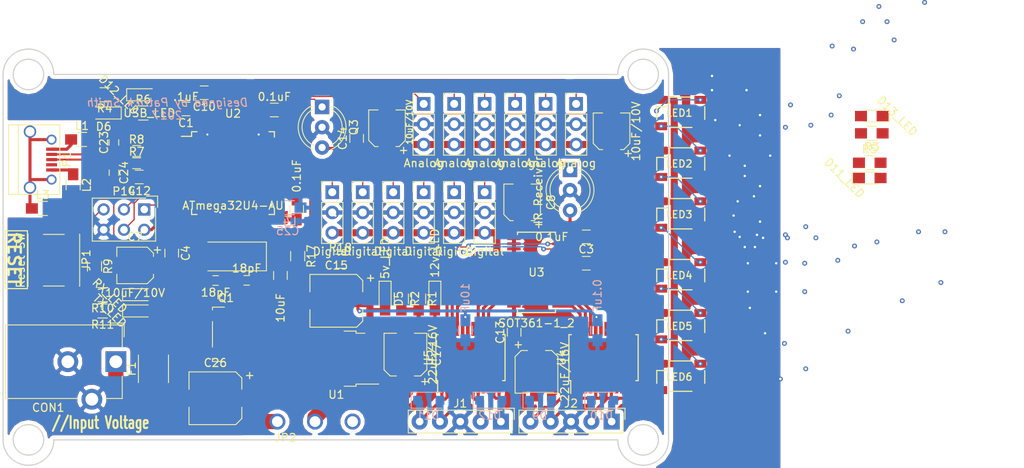
<source format=kicad_pcb>
(kicad_pcb (version 4) (host pcbnew 4.0.6)
  (layers (0 F.Cu signal) (31 B.Cu signal) (34 B.Paste user) (35 F.Paste user) (36 B.SilkS user) (37 F.SilkS user) (38 B.Mask user) (39 F.Mask user) (44 Edge.Cuts user))
  (net 0 "")
  (net 1 +5V)
  (net 2 GND)
  (net 3 "Net-(C9-Pad1)")
  (net 4 /AREF)
  (net 5 "Net-(C11-Pad1)")
  (net 6 "Net-(C12-Pad1)")
  (net 7 +12V)
  (net 8 "Net-(CON1-Pad1)")
  (net 9 "Net-(D1-Pad1)")
  (net 10 "Net-(D2-Pad1)")
  (net 11 D13)
  (net 12 "Net-(D3-Pad1)")
  (net 13 D12)
  (net 14 "Net-(D4-Pad1)")
  (net 15 D11)
  (net 16 "Net-(D5-Pad1)")
  (net 17 "Net-(D6-Pad1)")
  (net 18 UVcc)
  (net 19 "Net-(D7-Pad1)")
  (net 20 "Net-(D8-Pad1)")
  (net 21 /MotorDriver/A01)
  (net 22 /MotorDriver/A02)
  (net 23 /MotorDriver/B01)
  (net 24 /MotorDriver/B02)
  (net 25 /MotorDriver/C01)
  (net 26 /MotorDriver/C02)
  (net 27 /MotorDriver/D01)
  (net 28 /MotorDriver/D02)
  (net 29 "Net-(F1-Pad2)")
  (net 30 /Reset)
  (net 31 "Net-(LED1-Pad4)")
  (net 32 D10)
  (net 33 "Net-(LED2-Pad4)")
  (net 34 "Net-(LED3-Pad4)")
  (net 35 "Net-(LED4-Pad4)")
  (net 36 "Net-(LED5-Pad4)")
  (net 37 D-)
  (net 38 D+)
  (net 39 "Net-(P1-Pad4)")
  (net 40 A5)
  (net 41 D7)
  (net 42 A4)
  (net 43 D6)
  (net 44 A3)
  (net 45 D5)
  (net 46 A2)
  (net 47 D4)
  (net 48 A1)
  (net 49 D1/TXO)
  (net 50 A0)
  (net 51 D0/RXI)
  (net 52 D8)
  (net 53 D9)
  (net 54 "Net-(R10-Pad2)")
  (net 55 "Net-(R11-Pad2)")
  (net 56 /SDA/D2)
  (net 57 /SCL/D3)
  (net 58 SCK)
  (net 59 MOSI)
  (net 60 MISO)
  (net 61 /MotorDriver/PWM0)
  (net 62 /MotorDriver/PWM1)
  (net 63 /MotorDriver/PWM2)
  (net 64 /MotorDriver/PWM3)
  (net 65 /MotorDriver/PWM4)
  (net 66 /MotorDriver/PWM5)
  (net 67 /MotorDriver/PWM6)
  (net 68 /MotorDriver/PWM7)
  (net 69 /MotorDriver/PWM8)
  (net 70 /MotorDriver/PWM9)
  (net 71 /MotorDriver/PWM10)
  (net 72 /MotorDriver/PWM11)
  (net 73 /MotorDriver/PWM12)
  (net 74 /MotorDriver/PWM13)
  (net 75 /MotorDriver/PWM14)
  (net 76 /MotorDriver/PWM15)
  (net 77 "Net-(L1-Pad1)")
  (net 78 "Net-(L2-Pad1)")
  (net 79 "Net-(L3-Pad1)")
  (net 80 /dGnd)
  (net 81 "Net-(LED6-Pad4)")
  (net 82 "Net-(C26-Pad1)")
  (net 83 "Net-(C26-Pad2)")
  (net 84 "Net-(U2-Pad22)")
  (net 85 "Net-(U2-Pad25)")
  (net 86 "Net-(U2-Pad1)")
  (module NeoPixel:WS2812B_smallsilk (layer F.Cu) (at 188.849 93.726 180)
    (fp_text reference LED1 (at 0.2 0 180) (layer F.SilkS) (effects (font (size 0.9 0.9) (thickness 0.1524))))
    (fp_text value NeoPixel hide)
    (pad 4 smd rect (at 2.45 -1.65 180) (size 1.5 1) (layers F.Cu F.Paste F.Mask) (net 31 "Net-(LED1-Pad4)"))
    (pad 1 smd rect (at -2.45 -1.65 180) (size 1.5 1) (layers F.Cu F.Paste F.Mask) (net 2 GND))
    (pad 2 smd rect (at -2.45 1.65 180) (size 1.5 1) (layers F.Cu F.Paste F.Mask) (net 32 D10))
    (pad 3 smd rect (at 2.45 1.65 180) (size 1.5 1) (layers F.Cu F.Paste F.Mask) (net 1 +5V))
  )
  (module Housings_QFP:TQFP-44_10x10mm_Pitch0.8mm (layer F.Cu) (at 132.88 101.242)
    (fp_text reference U2 (at 0 -7.45) (layer F.SilkS))
    (fp_text value ATmega32U4-AU (at 0 4.064) (layer F.SilkS))
    (pad 1 smd rect (at -5.7 -4) (size 1.5 0.55) (layers F.Cu F.Paste F.Mask) (net 86 "Net-(U2-Pad1)"))
    (pad 2 smd rect (at -5.7 -3.2) (size 1.5 0.55) (layers F.Cu F.Paste F.Mask) (net 18 UVcc))
    (pad 3 smd rect (at -5.7 -2.4) (size 1.5 0.55) (layers F.Cu F.Paste F.Mask) (net 37 D-))
    (pad 4 smd rect (at -5.7 -1.6) (size 1.5 0.55) (layers F.Cu F.Paste F.Mask) (net 38 D+))
    (pad 5 smd rect (at -5.7 -0.8) (size 1.5 0.55) (layers F.Cu F.Paste F.Mask) (net 2 GND))
    (pad 6 smd rect (at -5.7 0) (size 1.5 0.55) (layers F.Cu F.Paste F.Mask) (net 6 "Net-(C12-Pad1)"))
    (pad 7 smd rect (at -5.7 0.8) (size 1.5 0.55) (layers F.Cu F.Paste F.Mask) (net 18 UVcc))
    (pad 8 smd rect (at -5.7 1.6) (size 1.5 0.55) (layers F.Cu F.Paste F.Mask) (net 55 "Net-(R11-Pad2)"))
    (pad 9 smd rect (at -5.7 2.4) (size 1.5 0.55) (layers F.Cu F.Paste F.Mask) (net 58 SCK))
    (pad 10 smd rect (at -5.7 3.2) (size 1.5 0.55) (layers F.Cu F.Paste F.Mask) (net 59 MOSI))
    (pad 11 smd rect (at -5.7 4) (size 1.5 0.55) (layers F.Cu F.Paste F.Mask) (net 60 MISO))
    (pad 12 smd rect (at -4 5.7 90) (size 1.5 0.55) (layers F.Cu F.Paste F.Mask) (net 54 "Net-(R10-Pad2)"))
    (pad 13 smd rect (at -3.2 5.7 90) (size 1.5 0.55) (layers F.Cu F.Paste F.Mask) (net 30 /Reset))
    (pad 14 smd rect (at -2.4 5.7 90) (size 1.5 0.55) (layers F.Cu F.Paste F.Mask) (net 1 +5V))
    (pad 15 smd rect (at -1.6 5.7 90) (size 1.5 0.55) (layers F.Cu F.Paste F.Mask) (net 80 /dGnd))
    (pad 16 smd rect (at -0.8 5.7 90) (size 1.5 0.55) (layers F.Cu F.Paste F.Mask) (net 5 "Net-(C11-Pad1)"))
    (pad 17 smd rect (at 0 5.7 90) (size 1.5 0.55) (layers F.Cu F.Paste F.Mask) (net 3 "Net-(C9-Pad1)"))
    (pad 18 smd rect (at 0.8 5.7 90) (size 1.5 0.55) (layers F.Cu F.Paste F.Mask) (net 57 /SCL/D3))
    (pad 19 smd rect (at 1.6 5.7 90) (size 1.5 0.55) (layers F.Cu F.Paste F.Mask) (net 56 /SDA/D2))
    (pad 20 smd rect (at 2.4 5.7 90) (size 1.5 0.55) (layers F.Cu F.Paste F.Mask) (net 51 D0/RXI))
    (pad 21 smd rect (at 3.2 5.7 90) (size 1.5 0.55) (layers F.Cu F.Paste F.Mask) (net 49 D1/TXO))
    (pad 22 smd rect (at 4 5.7 90) (size 1.5 0.55) (layers F.Cu F.Paste F.Mask) (net 84 "Net-(U2-Pad22)"))
    (pad 23 smd rect (at 5.7 4) (size 1.5 0.55) (layers F.Cu F.Paste F.Mask) (net 80 /dGnd))
    (pad 24 smd rect (at 5.7 3.2) (size 1.5 0.55) (layers F.Cu F.Paste F.Mask) (net 1 +5V))
    (pad 25 smd rect (at 5.7 2.4) (size 1.5 0.55) (layers F.Cu F.Paste F.Mask) (net 85 "Net-(U2-Pad25)"))
    (pad 26 smd rect (at 5.7 1.6) (size 1.5 0.55) (layers F.Cu F.Paste F.Mask) (net 47 D4))
    (pad 27 smd rect (at 5.7 0.8) (size 1.5 0.55) (layers F.Cu F.Paste F.Mask) (net 45 D5))
    (pad 28 smd rect (at 5.7 0) (size 1.5 0.55) (layers F.Cu F.Paste F.Mask) (net 43 D6))
    (pad 29 smd rect (at 5.7 -0.8) (size 1.5 0.55) (layers F.Cu F.Paste F.Mask) (net 41 D7))
    (pad 30 smd rect (at 5.7 -1.6) (size 1.5 0.55) (layers F.Cu F.Paste F.Mask) (net 52 D8))
    (pad 31 smd rect (at 5.7 -2.4) (size 1.5 0.55) (layers F.Cu F.Paste F.Mask) (net 53 D9))
    (pad 32 smd rect (at 5.7 -3.2) (size 1.5 0.55) (layers F.Cu F.Paste F.Mask) (net 32 D10))
    (pad 33 smd rect (at 5.7 -4) (size 1.5 0.55) (layers F.Cu F.Paste F.Mask) (net 2 GND))
    (pad 34 smd rect (at 4 -5.7 90) (size 1.5 0.55) (layers F.Cu F.Paste F.Mask) (net 1 +5V))
    (pad 35 smd rect (at 3.2 -5.7 90) (size 1.5 0.55) (layers F.Cu F.Paste F.Mask) (net 80 /dGnd))
    (pad 36 smd rect (at 2.4 -5.7 90) (size 1.5 0.55) (layers F.Cu F.Paste F.Mask) (net 40 A5))
    (pad 37 smd rect (at 1.6 -5.7 90) (size 1.5 0.55) (layers F.Cu F.Paste F.Mask) (net 42 A4))
    (pad 38 smd rect (at 0.8 -5.7 90) (size 1.5 0.55) (layers F.Cu F.Paste F.Mask) (net 44 A3))
    (pad 39 smd rect (at 0 -5.7 90) (size 1.5 0.55) (layers F.Cu F.Paste F.Mask) (net 46 A2))
    (pad 40 smd rect (at -0.8 -5.7 90) (size 1.5 0.55) (layers F.Cu F.Paste F.Mask) (net 48 A1))
    (pad 41 smd rect (at -1.6 -5.7 90) (size 1.5 0.55) (layers F.Cu F.Paste F.Mask) (net 50 A0))
    (pad 42 smd rect (at -2.4 -5.7 90) (size 1.5 0.55) (layers F.Cu F.Paste F.Mask) (net 4 /AREF))
    (pad 43 smd rect (at -3.2 -5.7 90) (size 1.5 0.55) (layers F.Cu F.Paste F.Mask) (net 80 /dGnd))
    (pad 44 smd rect (at -4 -5.7 90) (size 1.5 0.55) (layers F.Cu F.Paste F.Mask) (net 1 +5V))
  )
  (module VIA:VIA-.6mm (layer F.Cu) (at 201.295 127)
    (fp_text reference REF** hide)
    (fp_text value VIA-.6mm hide)
    (pad 1 thru_hole circle (at 0 0) (size 0.6 0.6) (drill 0.3) (layers *.Cu) (net 2 GND))
  )
  (module VIA:VIA-.6mm (layer F.Cu) (at 199.39 121.285)
    (fp_text reference REF** hide)
    (fp_text value VIA-.6mm hide)
    (pad 1 thru_hole circle (at 0 0) (size 0.6 0.6) (drill 0.3) (layers *.Cu) (net 2 GND))
  )
  (module VIA:VIA-.6mm (layer F.Cu) (at 198.12 110.49)
    (fp_text reference REF** hide)
    (fp_text value VIA-.6mm hide)
    (pad 1 thru_hole circle (at 0 0) (size 0.6 0.6) (drill 0.3) (layers *.Cu) (net 2 GND))
  )
  (module VIA:VIA-.6mm (layer F.Cu) (at 196.85 110.49)
    (fp_text reference REF** hide)
    (fp_text value VIA-.6mm hide)
    (pad 1 thru_hole circle (at 0 0) (size 0.6 0.6) (drill 0.3) (layers *.Cu) (net 2 GND))
  )
  (module VIA:VIA-.6mm (layer F.Cu) (at 195.453 106.553)
    (fp_text reference REF** hide)
    (fp_text value VIA-.6mm hide)
    (pad 1 thru_hole circle (at 0 0) (size 0.6 0.6) (drill 0.3) (layers *.Cu) (net 2 GND))
  )
  (module VIA:VIA-.6mm (layer F.Cu) (at 227.711 89.535 45)
    (fp_text reference REF** hide)
    (fp_text value VIA-.6mm hide)
    (pad 1 thru_hole circle (at -4.130918 -14.36841 45) (size 0.6 0.6) (drill 0.3) (layers *.Cu) (net 2 GND))
  )
  (module VIA:VIA-.6mm (layer F.Cu) (at 209.758 121.016)
    (fp_text reference REF** hide)
    (fp_text value VIA-.6mm hide)
    (pad 1 thru_hole circle (at 0 0) (size 0.6 0.6) (drill 0.3) (layers *.Cu) (net 2 GND))
  )
  (module VIA:VIA-.6mm (layer F.Cu) (at 197.485 118.11)
    (fp_text reference REF** hide)
    (fp_text value VIA-.6mm hide)
    (pad 1 thru_hole circle (at 0 0) (size 0.6 0.6) (drill 0.3) (layers *.Cu) (net 2 GND))
  )
  (module VIA:VIA-.6mm (layer F.Cu) (at 221.869 108.585)
    (fp_text reference REF** hide)
    (fp_text value VIA-.6mm hide)
    (pad 1 thru_hole circle (at 0 0) (size 0.6 0.6) (drill 0.3) (layers *.Cu) (net 2 GND))
  )
  (module VIA:VIA-.6mm (layer F.Cu) (at 218.567 108.585)
    (fp_text reference REF** hide)
    (fp_text value VIA-.6mm hide)
    (pad 1 thru_hole circle (at 0 0) (size 0.6 0.6) (drill 0.3) (layers *.Cu) (net 2 GND))
  )
  (module VIA:VIA-.6mm (layer F.Cu) (at 216.535 117.221)
    (fp_text reference REF** hide)
    (fp_text value VIA-.6mm hide)
    (pad 1 thru_hole circle (at 0 0) (size 0.6 0.6) (drill 0.3) (layers *.Cu) (net 2 GND))
  )
  (module VIA:VIA-.6mm (layer F.Cu) (at 198.755 107.315)
    (fp_text reference REF** hide)
    (fp_text value VIA-.6mm hide)
    (pad 1 thru_hole circle (at 0 0) (size 0.6 0.6) (drill 0.3) (layers *.Cu) (net 2 GND))
  )
  (module VIA:VIA-.6mm (layer F.Cu) (at 210.566 110.363)
    (fp_text reference REF** hide)
    (fp_text value VIA-.6mm hide)
    (pad 1 thru_hole circle (at 0 0) (size 0.6 0.6) (drill 0.3) (layers *.Cu) (net 2 GND))
  )
  (module VIA:VIA-.6mm (layer F.Cu) (at 213.36 109.855)
    (fp_text reference REF** hide)
    (fp_text value VIA-.6mm hide)
    (pad 1 thru_hole circle (at 0 0) (size 0.6 0.6) (drill 0.3) (layers *.Cu) (net 2 GND))
  )
  (module VIA:VIA-.6mm (layer F.Cu) (at 201.93 95.504)
    (fp_text reference REF** hide)
    (fp_text value VIA-.6mm hide)
    (pad 1 thru_hole circle (at 0 0) (size 0.6 0.6) (drill 0.3) (layers *.Cu) (net 2 GND))
  )
  (module VIA:VIA-.6mm (layer F.Cu) (at 193.167 94.615)
    (fp_text reference REF** hide)
    (fp_text value VIA-.6mm hide)
    (pad 1 thru_hole circle (at 0 0) (size 0.6 0.6) (drill 0.3) (layers *.Cu) (net 2 GND))
  )
  (module VIA:VIA-.6mm (layer F.Cu) (at 195.58 108.585)
    (fp_text reference REF** hide)
    (fp_text value VIA-.6mm hide)
    (pad 1 thru_hole circle (at 0 0) (size 0.6 0.6) (drill 0.3) (layers *.Cu) (net 2 GND))
  )
  (module VIA:VIA-.6mm (layer F.Cu) (at 221.361 114.935)
    (fp_text reference REF** hide)
    (fp_text value VIA-.6mm hide)
    (pad 1 thru_hole circle (at 0 0) (size 0.6 0.6) (drill 0.3) (layers *.Cu) (net 2 GND))
  )
  (module VIA:VIA-.6mm (layer F.Cu) (at 204.47 125.73)
    (fp_text reference REF** hide)
    (fp_text value VIA-.6mm hide)
    (pad 1 thru_hole circle (at 0 0) (size 0.6 0.6) (drill 0.3) (layers *.Cu) (net 2 GND))
  )
  (module VIA:VIA-.6mm (layer F.Cu) (at 201.803 122.555)
    (fp_text reference REF** hide)
    (fp_text value VIA-.6mm hide)
    (pad 1 thru_hole circle (at 0 0) (size 0.6 0.6) (drill 0.3) (layers *.Cu) (net 2 GND))
  )
  (module VIA:VIA-.6mm (layer F.Cu) (at 198.755 102.87)
    (fp_text reference REF** hide)
    (fp_text value VIA-.6mm hide)
    (pad 1 thru_hole circle (at 0 0) (size 0.6 0.6) (drill 0.3) (layers *.Cu) (net 2 GND))
  )
  (module VIA:VIA-.6mm (layer F.Cu) (at 194.945 99.06)
    (fp_text reference REF** hide)
    (fp_text value VIA-.6mm hide)
    (pad 1 thru_hole circle (at 0 0) (size 0.6 0.6) (drill 0.3) (layers *.Cu) (net 2 GND))
  )
  (module VIA:VIA-.6mm (layer F.Cu) (at 198.755 96.52)
    (fp_text reference REF** hide)
    (fp_text value VIA-.6mm hide)
    (pad 1 thru_hole circle (at 0 0) (size 0.6 0.6) (drill 0.3) (layers *.Cu) (net 2 GND))
  )
  (module VIA:VIA-.6mm (layer F.Cu) (at 198.755 93.98)
    (fp_text reference REF** hide)
    (fp_text value VIA-.6mm hide)
    (pad 1 thru_hole circle (at 0 0) (size 0.6 0.6) (drill 0.3) (layers *.Cu) (net 2 GND))
  )
  (module VIA:VIA-.6mm (layer F.Cu) (at 207.645 93.98)
    (fp_text reference REF** hide)
    (fp_text value VIA-.6mm hide)
    (pad 1 thru_hole circle (at 0 0) (size 0.6 0.6) (drill 0.3) (layers *.Cu) (net 2 GND))
  )
  (module VIA:VIA-.6mm (layer F.Cu) (at 224.79 81.915)
    (fp_text reference REF** hide)
    (fp_text value VIA-.6mm hide)
    (pad 1 thru_hole circle (at -13.208 0.381) (size 0.6 0.6) (drill 0.3) (layers *.Cu) (net 2 GND))
  )
  (module VIA:VIA-.6mm (layer F.Cu) (at 222.758 83.947)
    (fp_text reference REF** hide)
    (fp_text value VIA-.6mm hide)
    (pad 1 thru_hole circle (at -3.429 -4.064) (size 0.6 0.6) (drill 0.3) (layers *.Cu) (net 2 GND))
  )
  (module VIA:VIA-.6mm (layer F.Cu) (at 231.521 84.455)
    (fp_text reference REF** hide)
    (fp_text value VIA-.6mm hide)
    (pad 1 thru_hole circle (at -16.002 0.127) (size 0.6 0.6) (drill 0.3) (layers *.Cu) (net 2 GND))
  )
  (module VIA:VIA-.6mm (layer F.Cu) (at 196.215 109.22)
    (fp_text reference REF** hide)
    (fp_text value VIA-.6mm hide)
    (pad 1 thru_hole circle (at 0 0) (size 0.6 0.6) (drill 0.3) (layers *.Cu) (net 2 GND))
  )
  (module VIA:VIA-.6mm (layer F.Cu) (at 196.85 100.33)
    (fp_text reference REF** hide)
    (fp_text value VIA-.6mm hide)
    (pad 1 thru_hole circle (at 0 0) (size 0.6 0.6) (drill 0.3) (layers *.Cu) (net 2 GND))
  )
  (module VIA:VIA-.6mm (layer F.Cu) (at 197.231 112.522)
    (fp_text reference REF** hide)
    (fp_text value VIA-.6mm hide)
    (pad 1 thru_hole circle (at 0 0) (size 0.6 0.6) (drill 0.3) (layers *.Cu) (net 2 GND))
  )
  (module VIA:VIA-.6mm (layer F.Cu) (at 200.787 112.522)
    (fp_text reference REF** hide)
    (fp_text value VIA-.6mm hide)
    (pad 1 thru_hole circle (at 0 0) (size 0.6 0.6) (drill 0.3) (layers *.Cu) (net 2 GND))
  )
  (module VIA:VIA-.6mm (layer F.Cu) (at 204.343 112.522)
    (fp_text reference REF** hide)
    (fp_text value VIA-.6mm hide)
    (pad 1 thru_hole circle (at 0 0) (size 0.6 0.6) (drill 0.3) (layers *.Cu) (net 2 GND))
  )
  (module VIA:VIA-.6mm (layer F.Cu) (at 204.343 116.078)
    (fp_text reference REF** hide)
    (fp_text value VIA-.6mm hide)
    (pad 1 thru_hole circle (at 0 0) (size 0.6 0.6) (drill 0.3) (layers *.Cu) (net 2 GND))
  )
  (module VIA:VIA-.6mm (layer F.Cu) (at 200.787 116.078)
    (fp_text reference REF** hide)
    (fp_text value VIA-.6mm hide)
    (pad 1 thru_hole circle (at 0 0) (size 0.6 0.6) (drill 0.3) (layers *.Cu) (net 2 GND))
  )
  (module VIA:VIA-.6mm (layer F.Cu) (at 197.231 116.078)
    (fp_text reference REF** hide)
    (fp_text value VIA-.6mm hide)
    (pad 1 thru_hole circle (at 0 0) (size 0.6 0.6) (drill 0.3) (layers *.Cu) (net 2 GND))
  )
  (module VIA:VIA-.6mm (layer F.Cu) (at 195.961 104.775)
    (fp_text reference REF** hide)
    (fp_text value VIA-.6mm hide)
    (pad 1 thru_hole circle (at 0 0) (size 0.6 0.6) (drill 0.3) (layers *.Cu) (net 2 GND))
  )
  (module VIA:VIA-.6mm (layer F.Cu) (at 145.669 106.553)
    (fp_text reference REF** hide)
    (fp_text value VIA-.6mm hide)
    (pad 1 thru_hole circle (at 0 0) (size 0.6 0.6) (drill 0.3) (layers *.Cu) (net 2 GND))
  )
  (module VIA:VIA-.6mm (layer F.Cu) (at 196.215 95.25)
    (fp_text reference REF** hide)
    (fp_text value VIA-.6mm hide)
    (pad 1 thru_hole circle (at 0 0) (size 0.6 0.6) (drill 0.3) (layers *.Cu) (net 2 GND))
  )
  (module VIA:VIA-.6mm (layer F.Cu) (at 222.758 86.741)
    (fp_text reference REF** hide)
    (fp_text value VIA-.6mm hide)
    (pad 1 thru_hole circle (at -12.319 -1.016) (size 0.6 0.6) (drill 0.3) (layers *.Cu) (net 2 GND))
  )
  (module VIA:VIA-.6mm (layer F.Cu) (at 196.85 101.6)
    (fp_text reference REF** hide)
    (fp_text value VIA-.6mm hide)
    (pad 1 thru_hole circle (at 0 0) (size 0.6 0.6) (drill 0.3) (layers *.Cu) (net 2 GND))
  )
  (module VIA:VIA-.6mm (layer F.Cu) (at 200.025 99.06)
    (fp_text reference REF** hide)
    (fp_text value VIA-.6mm hide)
    (pad 1 thru_hole circle (at 0 0) (size 0.6 0.6) (drill 0.3) (layers *.Cu) (net 2 GND))
  )
  (module VIA:VIA-.6mm (layer F.Cu) (at 221.361 82.55)
    (fp_text reference REF** hide)
    (fp_text value VIA-.6mm hide)
    (pad 1 thru_hole circle (at -7.747 -2.159) (size 0.6 0.6) (drill 0.3) (layers *.Cu) (net 2 GND))
  )
  (module VIA:VIA-.6mm (layer F.Cu) (at 202.565 92.71)
    (fp_text reference REF** hide)
    (fp_text value VIA-.6mm hide)
    (pad 1 thru_hole circle (at 0 0) (size 0.6 0.6) (drill 0.3) (layers *.Cu) (net 2 GND))
  )
  (module VIA:VIA-.6mm (layer F.Cu) (at 205.105 95.25)
    (fp_text reference REF** hide)
    (fp_text value VIA-.6mm hide)
    (pad 1 thru_hole circle (at 0 0) (size 0.6 0.6) (drill 0.3) (layers *.Cu) (net 2 GND))
  )
  (module VIA:VIA-.6mm (layer F.Cu) (at 197.993 104.14)
    (fp_text reference REF** hide)
    (fp_text value VIA-.6mm hide)
    (pad 1 thru_hole circle (at 0 0) (size 0.6 0.6) (drill 0.3) (layers *.Cu) (net 2 GND))
  )
  (module VIA:VIA-.6mm (layer F.Cu) (at 220.091 88.265)
    (fp_text reference REF** hide)
    (fp_text value VIA-.6mm hide)
    (pad 1 thru_hole circle (at -12.319 -2.921) (size 0.6 0.6) (drill 0.3) (layers *.Cu) (net 2 GND))
  )
  (module VIA:VIA-.6mm (layer F.Cu) (at 208.473801 112.153687 45)
    (fp_text reference REF** hide)
    (fp_text value VIA-.6mm hide)
    (pad 1 thru_hole circle (at 0 0 45) (size 0.6 0.6) (drill 0.3) (layers *.Cu) (net 2 GND))
  )
  (module VIA:VIA-.6mm (layer F.Cu) (at 201.93 112.395)
    (fp_text reference REF** hide)
    (fp_text value VIA-.6mm hide)
    (pad 1 thru_hole circle (at 0 0) (size 0.6 0.6) (drill 0.3) (layers *.Cu) (net 2 GND))
  )
  (module VIA:VIA-.6mm (layer F.Cu) (at 201.93 108.966)
    (fp_text reference REF** hide)
    (fp_text value VIA-.6mm hide)
    (pad 1 thru_hole circle (at 0 0) (size 0.6 0.6) (drill 0.3) (layers *.Cu) (net 2 GND))
  )
  (module VIA:VIA-.6mm (layer F.Cu) (at 198.374 108.966)
    (fp_text reference REF** hide)
    (fp_text value VIA-.6mm hide)
    (pad 1 thru_hole circle (at 0 0) (size 0.6 0.6) (drill 0.3) (layers *.Cu) (net 2 GND))
  )
  (module VIA:VIA-.6mm (layer F.Cu) (at 208.661 91.567)
    (fp_text reference REF** hide)
    (fp_text value VIA-.6mm hide)
    (pad 1 thru_hole circle (at 0 0) (size 0.6 0.6) (drill 0.3) (layers *.Cu) (net 2 GND))
  )
  (module VIA:VIA-.6mm (layer F.Cu) (at 205.74 109.347)
    (fp_text reference REF** hide)
    (fp_text value VIA-.6mm hide)
    (pad 1 thru_hole circle (at 0 0) (size 0.6 0.6) (drill 0.3) (layers *.Cu) (net 2 GND))
  )
  (module VIA:VIA-.6mm (layer F.Cu) (at 202.184 109.347)
    (fp_text reference REF** hide)
    (fp_text value VIA-.6mm hide)
    (pad 1 thru_hole circle (at 0 0) (size 0.6 0.6) (drill 0.3) (layers *.Cu) (net 2 GND))
  )
  (module VIA:VIA-.6mm (layer F.Cu) (at 199.136 109.347)
    (fp_text reference REF** hide)
    (fp_text value VIA-.6mm hide)
    (pad 1 thru_hole circle (at 0 0) (size 0.6 0.6) (drill 0.3) (layers *.Cu) (net 2 GND))
  )
  (module VIA:VIA-.6mm (layer F.Cu) (at 204.47 107.95)
    (fp_text reference REF** hide)
    (fp_text value VIA-.6mm hide)
    (pad 1 thru_hole circle (at 0 0) (size 0.6 0.6) (drill 0.3) (layers *.Cu) (net 2 GND))
  )
  (module VIA:VIA-.6mm (layer F.Cu) (at 197.068 90.863)
    (fp_text reference REF** hide)
    (fp_text value VIA-.6mm hide)
    (pad 1 thru_hole circle (at 0 0) (size 0.6 0.6) (drill 0.3) (layers *.Cu) (net 2 GND))
  )
  (module VIA:VIA-.6mm (layer F.Cu) (at 192.75 90.863)
    (fp_text reference REF** hide)
    (fp_text value VIA-.6mm hide)
    (pad 1 thru_hole circle (at 0 0) (size 0.6 0.6) (drill 0.3) (layers *.Cu) (net 2 GND))
  )
  (module VIA:VIA-.6mm (layer F.Cu) (at 192.75 89.085)
    (fp_text reference REF** hide)
    (fp_text value VIA-.6mm hide)
    (pad 1 thru_hole circle (at 0 0) (size 0.6 0.6) (drill 0.3) (layers *.Cu) (net 2 GND))
  )
  (module NeoPixel:WS2812B_smallsilk (layer F.Cu) (at 188.849 126.746 180)
    (fp_text reference LED6 (at 0.2 0 180) (layer F.SilkS) (effects (font (size 0.9 0.9) (thickness 0.1524))))
    (fp_text value NeoPixel hide)
    (pad 4 smd rect (at 2.45 -1.65 180) (size 1.5 1) (layers F.Cu F.Paste F.Mask) (net 81 "Net-(LED6-Pad4)"))
    (pad 1 smd rect (at -2.45 -1.65 180) (size 1.5 1) (layers F.Cu F.Paste F.Mask) (net 2 GND))
    (pad 2 smd rect (at -2.45 1.65 180) (size 1.5 1) (layers F.Cu F.Paste F.Mask) (net 36 "Net-(LED5-Pad4)"))
    (pad 3 smd rect (at 2.45 1.65 180) (size 1.5 1) (layers F.Cu F.Paste F.Mask) (net 1 +5V))
  )
  (module Capacitors_SMD:C_0805_HandSoldering (layer F.Cu) (at 127 93.218 180)
    (fp_text reference C1 (at 0 -1.75 180) (layer F.SilkS))
    (fp_text value .1uF (at 0 1.524 180) (layer F.SilkS))
    (pad 1 smd rect (at -1.25 0 180) (size 1.5 1.25) (layers F.Cu F.Paste F.Mask) (net 1 +5V))
    (pad 2 smd rect (at 1.25 0 180) (size 1.5 1.25) (layers F.Cu F.Paste F.Mask) (net 2 GND))
  )
  (module Capacitors_SMD:C_0805_HandSoldering (layer F.Cu) (at 138.049 93.345)
    (fp_text reference C2 hide)
    (fp_text value 0.1uF (at 0 -1.651) (layer F.SilkS))
    (pad 1 smd rect (at -1.25 0) (size 1.5 1.25) (layers F.Cu F.Paste F.Mask) (net 1 +5V))
    (pad 2 smd rect (at 1.25 0) (size 1.5 1.25) (layers F.Cu F.Paste F.Mask) (net 2 GND))
  )
  (module Capacitors_SMD:C_0805_HandSoldering (layer F.Cu) (at 177.038 112.522)
    (fp_text reference C3 (at 0 -1.75) (layer F.SilkS))
    (fp_text value 0.1uF)
    (pad 1 smd rect (at -1.25 0) (size 1.5 1.25) (layers F.Cu F.Paste F.Mask) (net 1 +5V))
    (pad 2 smd rect (at 1.25 0) (size 1.5 1.25) (layers F.Cu F.Paste F.Mask) (net 2 GND))
  )
  (module Capacitors_SMD:C_0805_HandSoldering (layer F.Cu) (at 125.222 111.252 270)
    (fp_text reference C4 (at 0 -1.75 270) (layer F.SilkS))
    (fp_text value 0.1uF)
    (pad 1 smd rect (at -1.25 0 270) (size 1.5 1.25) (layers F.Cu F.Paste F.Mask) (net 1 +5V))
    (pad 2 smd rect (at 1.25 0 270) (size 1.5 1.25) (layers F.Cu F.Paste F.Mask) (net 2 GND))
  )
  (module Capacitors_SMD:CP_Elec_4x4.5 (layer F.Cu) (at 152.146 95.631 90)
    (fp_text reference C5 hide)
    (fp_text value 10uF/10V (at 0.762 2.794 90) (layer F.SilkS) (effects (font (size 0.75 0.75))))
    (fp_text user + (at -2.78 1.99 270) (layer F.SilkS))
    (pad 1 smd rect (at -1.8 0 270) (size 2.6 1.6) (layers F.Cu F.Paste F.Mask) (net 1 +5V))
    (pad 2 smd rect (at 1.8 0 270) (size 2.6 1.6) (layers F.Cu F.Paste F.Mask) (net 2 GND))
  )
  (module Capacitors_SMD:CP_Elec_4x4.5 (layer F.Cu) (at 180.213 96.012 90)
    (fp_text reference C6 hide)
    (fp_text value 10uF/10V (at 0 3.048 90) (layer F.SilkS))
    (fp_text user + (at -2.78 1.99 270) (layer F.SilkS))
    (pad 1 smd rect (at -1.8 0 270) (size 2.6 1.6) (layers F.Cu F.Paste F.Mask) (net 1 +5V))
    (pad 2 smd rect (at 1.8 0 270) (size 2.6 1.6) (layers F.Cu F.Paste F.Mask) (net 2 GND))
  )
  (module Capacitors_SMD:CP_Elec_4x4.5 (layer F.Cu) (at 120.65 112.776 180)
    (fp_text reference C7 (at 0 3.58 360) (layer F.SilkS))
    (fp_text value 10uF/10V (at 0 -3.45 180) (layer F.SilkS))
    (fp_text user + (at -2.78 1.99 360) (layer F.SilkS))
    (pad 1 smd rect (at -1.8 0) (size 2.6 1.6) (layers F.Cu F.Paste F.Mask) (net 1 +5V))
    (pad 2 smd rect (at 1.8 0) (size 2.6 1.6) (layers F.Cu F.Paste F.Mask) (net 2 GND))
  )
  (module Capacitors_SMD:CP_Elec_4x4.5 (layer F.Cu) (at 169.037 104.902 90)
    (fp_text reference C8 (at 0 3.58 270) (layer F.SilkS))
    (fp_text value 10uF/10V)
    (fp_text user + (at -2.78 1.99 270) (layer F.SilkS))
    (pad 1 smd rect (at -1.8 0 270) (size 2.6 1.6) (layers F.Cu F.Paste F.Mask) (net 1 +5V))
    (pad 2 smd rect (at 1.8 0 270) (size 2.6 1.6) (layers F.Cu F.Paste F.Mask) (net 2 GND))
  )
  (module Capacitors_SMD:C_0603_HandSoldering (layer F.Cu) (at 134.59 114.662 180)
    (fp_text reference C9 hide)
    (fp_text value 18pF (at 0 1.5 180) (layer F.SilkS))
    (pad 1 smd rect (at -0.95 0 180) (size 1.2 0.75) (layers F.Cu F.Paste F.Mask) (net 3 "Net-(C9-Pad1)"))
    (pad 2 smd rect (at 0.95 0 180) (size 1.2 0.75) (layers F.Cu F.Paste F.Mask) (net 2 GND))
  )
  (module Capacitors_SMD:C_0805_HandSoldering (layer F.Cu) (at 129.286 91.186 180)
    (fp_text reference C10 (at 0 -1.75 180) (layer F.SilkS))
    (fp_text value 0.1uF)
    (pad 1 smd rect (at -1.25 0 180) (size 1.5 1.25) (layers F.Cu F.Paste F.Mask) (net 4 /AREF))
    (pad 2 smd rect (at 1.25 0 180) (size 1.5 1.25) (layers F.Cu F.Paste F.Mask) (net 2 GND))
  )
  (module Capacitors_SMD:C_0603_HandSoldering (layer F.Cu) (at 130.71 114.682)
    (fp_text reference C11 hide)
    (fp_text value 18pF (at 0 1.5) (layer F.SilkS))
    (pad 1 smd rect (at -0.95 0) (size 1.2 0.75) (layers F.Cu F.Paste F.Mask) (net 5 "Net-(C11-Pad1)"))
    (pad 2 smd rect (at 0.95 0) (size 1.2 0.75) (layers F.Cu F.Paste F.Mask) (net 2 GND))
  )
  (module Capacitors_SMD:C_0805_HandSoldering (layer F.Cu) (at 121.158 101.727 180)
    (fp_text reference C12 (at 0 -1.75 180) (layer F.SilkS))
    (fp_text value 1uF)
    (pad 1 smd rect (at -1.25 0 180) (size 1.5 1.25) (layers F.Cu F.Paste F.Mask) (net 6 "Net-(C12-Pad1)"))
    (pad 2 smd rect (at 1.25 0 180) (size 1.5 1.25) (layers F.Cu F.Paste F.Mask) (net 2 GND))
  )
  (module Capacitors_SMD:C_0805_HandSoldering (layer F.Cu) (at 168.021 121.158 90)
    (fp_text reference C13 (at 0 -1.75 90) (layer F.SilkS))
    (fp_text value 0.33uF)
    (pad 1 smd rect (at -1.25 0 90) (size 1.5 1.25) (layers F.Cu F.Paste F.Mask) (net 7 +12V))
    (pad 2 smd rect (at 1.25 0 90) (size 1.5 1.25) (layers F.Cu F.Paste F.Mask) (net 2 GND))
  )
  (module Capacitors_SMD:C_0805_HandSoldering (layer F.Cu) (at 148.336 96.901 90)
    (fp_text reference C14 (at 0 -1.75 90) (layer F.SilkS))
    (fp_text value 0.1uF)
    (pad 1 smd rect (at -1.25 0 90) (size 1.5 1.25) (layers F.Cu F.Paste F.Mask) (net 1 +5V))
    (pad 2 smd rect (at 1.25 0 90) (size 1.5 1.25) (layers F.Cu F.Paste F.Mask) (net 2 GND))
  )
  (module Capacitors_SMD:CP_Elec_6.3x7.7 (layer F.Cu) (at 145.796 117.221 180)
    (fp_text reference C15 (at 0 4.43 180) (layer F.SilkS))
    (fp_text value 100uF)
    (fp_text user + (at -4.28 2.91 180) (layer F.SilkS))
    (pad 1 smd rect (at -2.7 0) (size 3.5 1.6) (layers F.Cu F.Paste F.Mask) (net 1 +5V))
    (pad 2 smd rect (at 2.7 0) (size 3.5 1.6) (layers F.Cu F.Paste F.Mask) (net 2 GND))
  )
  (module Capacitors_SMD:CP_Elec_5x5.8 (layer F.Cu) (at 170.815 126.111 270)
    (fp_text reference C16 hide)
    (fp_text value 22uF/16V (at 0 -3.556 270) (layer F.SilkS))
    (fp_text user + (at -3.38 2.35 270) (layer F.SilkS))
    (pad 1 smd rect (at -2.2 0 90) (size 3 1.6) (layers F.Cu F.Paste F.Mask) (net 7 +12V))
    (pad 2 smd rect (at 2.2 0 90) (size 3 1.6) (layers F.Cu F.Paste F.Mask) (net 2 GND))
  )
  (module Capacitors_SMD:CP_Elec_5x5.8 (layer F.Cu) (at 154.432 123.952 90)
    (fp_text reference C17 (at 0 3.92 90) (layer F.SilkS))
    (fp_text value 22uF/16V (at 0 3.429 90) (layer F.SilkS))
    (fp_text user + (at -3.38 2.35 90) (layer F.SilkS))
    (pad 1 smd rect (at -2.2 0 270) (size 3 1.6) (layers F.Cu F.Paste F.Mask) (net 7 +12V))
    (pad 2 smd rect (at 2.2 0 270) (size 3 1.6) (layers F.Cu F.Paste F.Mask) (net 2 GND))
  )
  (module Capacitors_SMD:C_0805_HandSoldering (layer F.Cu) (at 138.811 114.046 90)
    (fp_text reference C18 hide)
    (fp_text value 10uF (at -4.064 0 90) (layer F.SilkS))
    (pad 1 smd rect (at -1.25 0 90) (size 1.5 1.25) (layers F.Cu F.Paste F.Mask) (net 1 +5V))
    (pad 2 smd rect (at 1.25 0 90) (size 1.5 1.25) (layers F.Cu F.Paste F.Mask) (net 2 GND))
  )
  (module Capacitors_SMD:C_0805_HandSoldering (layer B.Cu) (at 178.435 120.904 270)
    (fp_text reference C19 hide)
    (fp_text value 0.1uF (at -4.318 0 270) (layer B.SilkS) (effects (justify mirror)))
    (pad 1 smd rect (at -1.25 0 270) (size 1.5 1.25) (layers B.Cu B.Paste B.Mask) (net 1 +5V))
    (pad 2 smd rect (at 1.25 0 270) (size 1.5 1.25) (layers B.Cu B.Paste B.Mask) (net 2 GND))
  )
  (module Capacitors_SMD:C_0805_HandSoldering (layer F.Cu) (at 140.843 105.791 270)
    (fp_text reference C20 hide)
    (fp_text value 0.1uF (at -4.191 0 270) (layer F.SilkS))
    (pad 1 smd rect (at -1.25 0 270) (size 1.5 1.25) (layers F.Cu F.Paste F.Mask) (net 1 +5V))
    (pad 2 smd rect (at 1.25 0 270) (size 1.5 1.25) (layers F.Cu F.Paste F.Mask) (net 2 GND))
  )
  (module Capacitors_SMD:C_0805_HandSoldering (layer F.Cu) (at 177.038 109.22)
    (fp_text reference C21 hide)
    (fp_text value 0.1uF (at -4.318 0) (layer F.SilkS))
    (pad 1 smd rect (at -1.25 0) (size 1.5 1.25) (layers F.Cu F.Paste F.Mask) (net 1 +5V))
    (pad 2 smd rect (at 1.25 0) (size 1.5 1.25) (layers F.Cu F.Paste F.Mask) (net 2 GND))
  )
  (module Capacitors_SMD:C_0805_HandSoldering (layer B.Cu) (at 161.925 120.904 270)
    (fp_text reference C22 hide)
    (fp_text value 10uF (at -4.064 0 270) (layer B.SilkS) (effects (justify mirror)))
    (pad 1 smd rect (at -1.25 0 270) (size 1.5 1.25) (layers B.Cu B.Paste B.Mask) (net 1 +5V))
    (pad 2 smd rect (at 1.25 0 270) (size 1.5 1.25) (layers B.Cu B.Paste B.Mask) (net 2 GND))
  )
  (module Connectors:Barrel_Jack_CUI_PJ-102AH (layer F.Cu) (at 118.237 124.841 270)
    (fp_text reference CON1 (at 5.75 8.45 360) (layer F.SilkS))
    (fp_text value BARREL_JACK)
    (pad 1 thru_hole rect (at 0 0 270) (size 2.6 2.6) (drill 1.6) (layers *.Cu *.Mask) (net 8 "Net-(CON1-Pad1)"))
    (pad 2 thru_hole circle (at 0 6 270) (size 2.6 2.6) (drill 1.6) (layers *.Cu *.Mask) (net 2 GND))
    (pad 3 thru_hole circle (at 4.7 3 270) (size 2.6 2.6) (drill 1.6) (layers *.Cu *.Mask) (net 2 GND))
  )
  (module LEDs:LED_0805_HandSoldering (layer F.Cu) (at 158.115 116.967 270)
    (fp_text reference D1 hide)
    (fp_text value 12v_LED (at -5.715 0 450) (layer F.SilkS))
    (pad 1 smd rect (at -1.35 0 270) (size 1.5 1.3) (layers F.Cu F.Paste F.Mask) (net 9 "Net-(D1-Pad1)"))
    (pad 2 smd rect (at 1.35 0 270) (size 1.5 1.3) (layers F.Cu F.Paste F.Mask) (net 7 +12V))
  )
  (module LEDs:LED_0805_HandSoldering (layer F.Cu) (at 212.725 94.107 180)
    (fp_text reference D2 hide)
    (fp_text value D13_LED (at -3.175 0 315) (layer F.SilkS))
    (pad 1 smd rect (at -1.35 0 180) (size 1.5 1.3) (layers F.Cu F.Paste F.Mask) (net 10 "Net-(D2-Pad1)"))
    (pad 2 smd rect (at 1.35 0 180) (size 1.5 1.3) (layers F.Cu F.Paste F.Mask) (net 11 D13))
  )
  (module LEDs:LED_0805_HandSoldering (layer F.Cu) (at 121.793 91.44)
    (fp_text reference D3 hide)
    (fp_text value D12_LED (at -3.175 0 135) (layer F.SilkS))
    (pad 1 smd rect (at -1.35 0) (size 1.5 1.3) (layers F.Cu F.Paste F.Mask) (net 12 "Net-(D3-Pad1)"))
    (pad 2 smd rect (at 1.35 0) (size 1.5 1.3) (layers F.Cu F.Paste F.Mask) (net 13 D12))
  )
  (module LEDs:LED_0805_HandSoldering (layer F.Cu) (at 212.471 101.854)
    (fp_text reference D4 hide)
    (fp_text value D11_LED (at -3.175 0 135) (layer F.SilkS))
    (pad 1 smd rect (at -1.35 0) (size 1.5 1.3) (layers F.Cu F.Paste F.Mask) (net 14 "Net-(D4-Pad1)"))
    (pad 2 smd rect (at 1.35 0) (size 1.5 1.3) (layers F.Cu F.Paste F.Mask) (net 15 D11))
  )
  (module LEDs:LED_0805_HandSoldering (layer F.Cu) (at 151.892 116.967 270)
    (fp_text reference D5 (at 0 -1.7 270) (layer F.SilkS))
    (fp_text value 5v_LED (at -5.08 0 450) (layer F.SilkS))
    (pad 1 smd rect (at -1.35 0 270) (size 1.5 1.3) (layers F.Cu F.Paste F.Mask) (net 16 "Net-(D5-Pad1)"))
    (pad 2 smd rect (at 1.35 0 270) (size 1.5 1.3) (layers F.Cu F.Paste F.Mask) (net 1 +5V))
  )
  (module LEDs:LED_0805_HandSoldering (layer F.Cu) (at 116.713 93.726 180)
    (fp_text reference D6 (at 0 -1.7 180) (layer F.SilkS))
    (fp_text value USB_LED (at -5.715 0 180) (layer F.SilkS))
    (pad 1 smd rect (at -1.35 0 180) (size 1.5 1.3) (layers F.Cu F.Paste F.Mask) (net 17 "Net-(D6-Pad1)"))
    (pad 2 smd rect (at 1.35 0 180) (size 1.5 1.3) (layers F.Cu F.Paste F.Mask) (net 18 UVcc))
  )
  (module LEDs:LED_0805_HandSoldering (layer F.Cu) (at 121.285 116.459)
    (fp_text reference D7 hide)
    (fp_text value RX_LED (at -3.81 0.127 135) (layer F.SilkS))
    (pad 1 smd rect (at -1.35 0) (size 1.5 1.3) (layers F.Cu F.Paste F.Mask) (net 19 "Net-(D7-Pad1)"))
    (pad 2 smd rect (at 1.35 0) (size 1.5 1.3) (layers F.Cu F.Paste F.Mask) (net 1 +5V))
  )
  (module LEDs:LED_0805_HandSoldering (layer F.Cu) (at 121.285 118.491)
    (fp_text reference D8 hide)
    (fp_text value TX_LED (at -3.81 0 135) (layer F.SilkS))
    (pad 1 smd rect (at -1.35 0) (size 1.5 1.3) (layers F.Cu F.Paste F.Mask) (net 20 "Net-(D8-Pad1)"))
    (pad 2 smd rect (at 1.35 0) (size 1.5 1.3) (layers F.Cu F.Paste F.Mask) (net 1 +5V))
  )
  (module Diodes_SMD:D_SOD-123F (layer B.Cu) (at 171.323 129.667)
    (fp_text reference D9 (at -0.127 1.905) (layer B.SilkS) (effects (justify mirror)))
    (fp_text value FlyBack)
    (pad 1 smd rect (at -1.4 0) (size 1.1 1.1) (layers B.Cu B.Paste B.Mask) (net 21 /MotorDriver/A01))
    (pad 2 smd rect (at 1.4 0) (size 1.1 1.1) (layers B.Cu B.Paste B.Mask) (net 22 /MotorDriver/A02))
  )
  (module Diodes_SMD:D_SOD-123F (layer B.Cu) (at 179.07 129.667)
    (fp_text reference D10 (at -0.127 1.905) (layer B.SilkS) (effects (justify mirror)))
    (fp_text value FlyBack)
    (pad 1 smd rect (at -1.4 0) (size 1.1 1.1) (layers B.Cu B.Paste B.Mask) (net 23 /MotorDriver/B01))
    (pad 2 smd rect (at 1.4 0) (size 1.1 1.1) (layers B.Cu B.Paste B.Mask) (net 24 /MotorDriver/B02))
  )
  (module Diodes_SMD:D_SOD-123F (layer B.Cu) (at 157.353 129.667)
    (fp_text reference D11 (at -0.127 1.905) (layer B.SilkS) (effects (justify mirror)))
    (fp_text value FlyBack)
    (pad 1 smd rect (at -1.4 0) (size 1.1 1.1) (layers B.Cu B.Paste B.Mask) (net 25 /MotorDriver/C01))
    (pad 2 smd rect (at 1.4 0) (size 1.1 1.1) (layers B.Cu B.Paste B.Mask) (net 26 /MotorDriver/C02))
  )
  (module Diodes_SMD:D_SOD-123F (layer B.Cu) (at 165.1 129.667)
    (fp_text reference D12 (at -0.127 1.905) (layer B.SilkS) (effects (justify mirror)))
    (fp_text value FlyBack)
    (pad 1 smd rect (at -1.4 0) (size 1.1 1.1) (layers B.Cu B.Paste B.Mask) (net 27 /MotorDriver/D01))
    (pad 2 smd rect (at 1.4 0) (size 1.1 1.1) (layers B.Cu B.Paste B.Mask) (net 28 /MotorDriver/D02))
  )
  (module Resistors_SMD:R_1812_HandSoldering (layer F.Cu) (at 122.936 125.73 90)
    (fp_text reference F1 (at 0 -2.72 90) (layer F.SilkS))
    (fp_text value Polyfuse)
    (pad 1 smd rect (at -3.4 0 90) (size 3.5 3.5) (layers F.Cu F.Paste F.Mask) (net 8 "Net-(CON1-Pad1)"))
    (pad 2 smd rect (at 3.4 0 90) (size 3.5 3.5) (layers F.Cu F.Paste F.Mask) (net 29 "Net-(F1-Pad2)"))
  )
  (module Buttons_Switches_SMD:SW_SPST_PTS645 (layer F.Cu) (at 110.49 112.141 270)
    (fp_text reference JP1 (at 0 -4.05 270) (layer F.SilkS))
    (fp_text value "Reset SW" (at 0 4.15 270) (layer F.SilkS))
    (pad 2 smd rect (at -3.98 2.25 270) (size 1.55 1.3) (layers F.Cu F.Paste F.Mask) (net 2 GND))
    (pad 1 smd rect (at -3.98 -2.25 270) (size 1.55 1.3) (layers F.Cu F.Paste F.Mask) (net 30 /Reset))
    (pad 1 smd rect (at 3.98 -2.25 270) (size 1.55 1.3) (layers F.Cu F.Paste F.Mask) (net 30 /Reset))
    (pad 2 smd rect (at 3.98 2.25 270) (size 1.55 1.3) (layers F.Cu F.Paste F.Mask) (net 2 GND))
  )
  (module "SlideSW:Slide SW" (layer F.Cu) (at 138.43 132.334)
    (fp_text reference JP2 (at 1.016 2.032) (layer F.SilkS))
    (fp_text value "PWR SW")
    (pad 1 thru_hole circle (at 0 0) (size 2 2) (drill 1.35) (layers *.Cu *.Mask) (net 82 "Net-(C26-Pad1)"))
    (pad 2 thru_hole circle (at 4.7 0) (size 2 2) (drill 1.35) (layers *.Cu *.Mask) (net 7 +12V))
    (pad 3 thru_hole circle (at 9.4 0) (size 2 2) (drill 1.35) (layers *.Cu *.Mask))
  )
  (module NeoPixel:WS2812B_smallsilk (layer F.Cu) (at 188.849 100.076 180)
    (fp_text reference LED2 (at 0.2 0 180) (layer F.SilkS) (effects (font (size 0.9 0.9) (thickness 0.1524))))
    (fp_text value NeoPixel hide)
    (pad 4 smd rect (at 2.45 -1.65 180) (size 1.5 1) (layers F.Cu F.Paste F.Mask) (net 33 "Net-(LED2-Pad4)"))
    (pad 1 smd rect (at -2.45 -1.65 180) (size 1.5 1) (layers F.Cu F.Paste F.Mask) (net 2 GND))
    (pad 2 smd rect (at -2.45 1.65 180) (size 1.5 1) (layers F.Cu F.Paste F.Mask) (net 31 "Net-(LED1-Pad4)"))
    (pad 3 smd rect (at 2.45 1.65 180) (size 1.5 1) (layers F.Cu F.Paste F.Mask) (net 1 +5V))
  )
  (module NeoPixel:WS2812B_smallsilk (layer F.Cu) (at 188.849 106.426 180)
    (fp_text reference LED3 (at 0.2 0 180) (layer F.SilkS) (effects (font (size 0.9 0.9) (thickness 0.1524))))
    (fp_text value NeoPixel hide)
    (pad 4 smd rect (at 2.45 -1.65 180) (size 1.5 1) (layers F.Cu F.Paste F.Mask) (net 34 "Net-(LED3-Pad4)"))
    (pad 1 smd rect (at -2.45 -1.65 180) (size 1.5 1) (layers F.Cu F.Paste F.Mask) (net 2 GND))
    (pad 2 smd rect (at -2.45 1.65 180) (size 1.5 1) (layers F.Cu F.Paste F.Mask) (net 33 "Net-(LED2-Pad4)"))
    (pad 3 smd rect (at 2.45 1.65 180) (size 1.5 1) (layers F.Cu F.Paste F.Mask) (net 1 +5V))
  )
  (module NeoPixel:WS2812B_smallsilk (layer F.Cu) (at 188.849 114.046 180)
    (fp_text reference LED4 (at 0.2 0 180) (layer F.SilkS) (effects (font (size 0.9 0.9) (thickness 0.1524))))
    (fp_text value NeoPixel hide)
    (pad 4 smd rect (at 2.45 -1.65 180) (size 1.5 1) (layers F.Cu F.Paste F.Mask) (net 35 "Net-(LED4-Pad4)"))
    (pad 1 smd rect (at -2.45 -1.65 180) (size 1.5 1) (layers F.Cu F.Paste F.Mask) (net 2 GND))
    (pad 2 smd rect (at -2.45 1.65 180) (size 1.5 1) (layers F.Cu F.Paste F.Mask) (net 34 "Net-(LED3-Pad4)"))
    (pad 3 smd rect (at 2.45 1.65 180) (size 1.5 1) (layers F.Cu F.Paste F.Mask) (net 1 +5V))
  )
  (module NeoPixel:WS2812B_smallsilk (layer F.Cu) (at 188.849 120.396 180)
    (fp_text reference LED5 (at 0.2 0 180) (layer F.SilkS) (effects (font (size 0.9 0.9) (thickness 0.1524))))
    (fp_text value NeoPixel hide)
    (pad 4 smd rect (at 2.45 -1.65 180) (size 1.5 1) (layers F.Cu F.Paste F.Mask) (net 36 "Net-(LED5-Pad4)"))
    (pad 1 smd rect (at -2.45 -1.65 180) (size 1.5 1) (layers F.Cu F.Paste F.Mask) (net 2 GND))
    (pad 2 smd rect (at -2.45 1.65 180) (size 1.5 1) (layers F.Cu F.Paste F.Mask) (net 35 "Net-(LED4-Pad4)"))
    (pad 3 smd rect (at 2.45 1.65 180) (size 1.5 1) (layers F.Cu F.Paste F.Mask) (net 1 +5V))
  )
  (module Connectors:USB_Micro-B (layer F.Cu) (at 108.858 99.552 270)
    (fp_text reference P1 (at 0 -3.24 270) (layer F.SilkS))
    (fp_text value USB_OTG)
    (pad 1 smd rect (at -1.3 -1.35) (size 1.35 0.4) (layers F.Cu F.Paste F.Mask) (net 77 "Net-(L1-Pad1)"))
    (pad 2 smd rect (at -0.65 -1.35) (size 1.35 0.4) (layers F.Cu F.Paste F.Mask) (net 37 D-))
    (pad 3 smd rect (at 0 -1.35) (size 1.35 0.4) (layers F.Cu F.Paste F.Mask) (net 38 D+))
    (pad 4 smd rect (at 0.65 -1.35) (size 1.35 0.4) (layers F.Cu F.Paste F.Mask) (net 39 "Net-(P1-Pad4)"))
    (pad 5 smd rect (at 1.3 -1.35) (size 1.35 0.4) (layers F.Cu F.Paste F.Mask) (net 78 "Net-(L2-Pad1)"))
    (pad 6 thru_hole circle (at -2.5 -1.35) (size 1.25 1.25) (drill 0.85) (layers *.Cu *.Mask) (net 79 "Net-(L3-Pad1)"))
    (pad 6 thru_hole circle (at 2.5 -1.35) (size 1.25 1.25) (drill 0.85) (layers *.Cu *.Mask) (net 79 "Net-(L3-Pad1)"))
    (pad 6 thru_hole circle (at -3.5 1.35) (size 1.55 1.55) (drill 1.15) (layers *.Cu *.Mask) (net 79 "Net-(L3-Pad1)"))
    (pad 6 thru_hole circle (at 3.5 1.35) (size 1.55 1.55) (drill 1.15) (layers *.Cu *.Mask) (net 79 "Net-(L3-Pad1)"))
  )
  (module Socket_Strips:Socket_Strip_Straight_1x03_Pitch2.54mm (layer F.Cu) (at 156.718 92.583)
    (fp_text reference P2 hide)
    (fp_text value Analog (at 0 7.41) (layer F.SilkS))
    (pad 1 thru_hole rect (at 0 0) (size 1.7 1.7) (drill 1) (layers *.Cu *.Mask) (net 40 A5))
    (pad 2 thru_hole oval (at 0 2.54) (size 1.7 1.7) (drill 1) (layers *.Cu *.Mask) (net 2 GND))
    (pad 3 thru_hole oval (at 0 5.08) (size 1.7 1.7) (drill 1) (layers *.Cu *.Mask) (net 1 +5V))
  )
  (module Socket_Strips:Socket_Strip_Straight_1x03_Pitch2.54mm (layer F.Cu) (at 164.338 103.632)
    (fp_text reference P3 hide)
    (fp_text value Digital (at 0 7.41) (layer F.SilkS))
    (pad 1 thru_hole rect (at 0 0) (size 1.7 1.7) (drill 1) (layers *.Cu *.Mask) (net 41 D7))
    (pad 2 thru_hole oval (at 0 2.54) (size 1.7 1.7) (drill 1) (layers *.Cu *.Mask) (net 2 GND))
    (pad 3 thru_hole oval (at 0 5.08) (size 1.7 1.7) (drill 1) (layers *.Cu *.Mask) (net 1 +5V))
  )
  (module Socket_Strips:Socket_Strip_Straight_1x03_Pitch2.54mm (layer F.Cu) (at 160.528 92.583)
    (fp_text reference P4 hide)
    (fp_text value Analog (at 0 7.41) (layer F.SilkS))
    (pad 1 thru_hole rect (at 0 0) (size 1.7 1.7) (drill 1) (layers *.Cu *.Mask) (net 42 A4))
    (pad 2 thru_hole oval (at 0 2.54) (size 1.7 1.7) (drill 1) (layers *.Cu *.Mask) (net 2 GND))
    (pad 3 thru_hole oval (at 0 5.08) (size 1.7 1.7) (drill 1) (layers *.Cu *.Mask) (net 1 +5V))
  )
  (module Socket_Strips:Socket_Strip_Straight_1x03_Pitch2.54mm (layer F.Cu) (at 160.528 103.632)
    (fp_text reference P5 hide)
    (fp_text value Digital (at 0 7.41) (layer F.SilkS))
    (pad 1 thru_hole rect (at 0 0) (size 1.7 1.7) (drill 1) (layers *.Cu *.Mask) (net 43 D6))
    (pad 2 thru_hole oval (at 0 2.54) (size 1.7 1.7) (drill 1) (layers *.Cu *.Mask) (net 2 GND))
    (pad 3 thru_hole oval (at 0 5.08) (size 1.7 1.7) (drill 1) (layers *.Cu *.Mask) (net 1 +5V))
  )
  (module Socket_Strips:Socket_Strip_Straight_1x03_Pitch2.54mm (layer F.Cu) (at 164.338 92.583)
    (fp_text reference P6 hide)
    (fp_text value Analog (at 0 7.41) (layer F.SilkS))
    (pad 1 thru_hole rect (at 0 0) (size 1.7 1.7) (drill 1) (layers *.Cu *.Mask) (net 44 A3))
    (pad 2 thru_hole oval (at 0 2.54) (size 1.7 1.7) (drill 1) (layers *.Cu *.Mask) (net 2 GND))
    (pad 3 thru_hole oval (at 0 5.08) (size 1.7 1.7) (drill 1) (layers *.Cu *.Mask) (net 1 +5V))
  )
  (module Socket_Strips:Socket_Strip_Straight_1x03_Pitch2.54mm (layer F.Cu) (at 156.718 103.632)
    (fp_text reference P7 hide)
    (fp_text value Digital (at 0 7.41) (layer F.SilkS))
    (pad 1 thru_hole rect (at 0 0) (size 1.7 1.7) (drill 1) (layers *.Cu *.Mask) (net 45 D5))
    (pad 2 thru_hole oval (at 0 2.54) (size 1.7 1.7) (drill 1) (layers *.Cu *.Mask) (net 2 GND))
    (pad 3 thru_hole oval (at 0 5.08) (size 1.7 1.7) (drill 1) (layers *.Cu *.Mask) (net 1 +5V))
  )
  (module Socket_Strips:Socket_Strip_Straight_1x03_Pitch2.54mm (layer F.Cu) (at 168.148 92.583)
    (fp_text reference P8 hide)
    (fp_text value Analog (at 0 7.41) (layer F.SilkS))
    (pad 1 thru_hole rect (at 0 0) (size 1.7 1.7) (drill 1) (layers *.Cu *.Mask) (net 46 A2))
    (pad 2 thru_hole oval (at 0 2.54) (size 1.7 1.7) (drill 1) (layers *.Cu *.Mask) (net 2 GND))
    (pad 3 thru_hole oval (at 0 5.08) (size 1.7 1.7) (drill 1) (layers *.Cu *.Mask) (net 1 +5V))
  )
  (module Socket_Strips:Socket_Strip_Straight_1x03_Pitch2.54mm (layer F.Cu) (at 152.908 103.632)
    (fp_text reference P9 hide)
    (fp_text value Digital (at 0 7.41) (layer F.SilkS))
    (pad 1 thru_hole rect (at 0 0) (size 1.7 1.7) (drill 1) (layers *.Cu *.Mask) (net 47 D4))
    (pad 2 thru_hole oval (at 0 2.54) (size 1.7 1.7) (drill 1) (layers *.Cu *.Mask) (net 2 GND))
    (pad 3 thru_hole oval (at 0 5.08) (size 1.7 1.7) (drill 1) (layers *.Cu *.Mask) (net 1 +5V))
  )
  (module Socket_Strips:Socket_Strip_Straight_1x03_Pitch2.54mm (layer F.Cu) (at 171.958 92.583)
    (fp_text reference P10 hide)
    (fp_text value Analog (at 0 7.41) (layer F.SilkS))
    (pad 1 thru_hole rect (at 0 0) (size 1.7 1.7) (drill 1) (layers *.Cu *.Mask) (net 48 A1))
    (pad 2 thru_hole oval (at 0 2.54) (size 1.7 1.7) (drill 1) (layers *.Cu *.Mask) (net 2 GND))
    (pad 3 thru_hole oval (at 0 5.08) (size 1.7 1.7) (drill 1) (layers *.Cu *.Mask) (net 1 +5V))
  )
  (module Socket_Strips:Socket_Strip_Straight_1x03_Pitch2.54mm (layer F.Cu) (at 149.098 103.632)
    (fp_text reference P11 hide)
    (fp_text value Digital (at 0 7.41) (layer F.SilkS))
    (pad 1 thru_hole rect (at 0 0) (size 1.7 1.7) (drill 1) (layers *.Cu *.Mask) (net 49 D1/TXO))
    (pad 2 thru_hole oval (at 0 2.54) (size 1.7 1.7) (drill 1) (layers *.Cu *.Mask) (net 2 GND))
    (pad 3 thru_hole oval (at 0 5.08) (size 1.7 1.7) (drill 1) (layers *.Cu *.Mask) (net 1 +5V))
  )
  (module Socket_Strips:Socket_Strip_Straight_1x03_Pitch2.54mm (layer F.Cu) (at 175.768 92.583)
    (fp_text reference P12 hide)
    (fp_text value Analog (at 0 7.41) (layer F.SilkS))
    (pad 1 thru_hole rect (at 0 0) (size 1.7 1.7) (drill 1) (layers *.Cu *.Mask) (net 50 A0))
    (pad 2 thru_hole oval (at 0 2.54) (size 1.7 1.7) (drill 1) (layers *.Cu *.Mask) (net 2 GND))
    (pad 3 thru_hole oval (at 0 5.08) (size 1.7 1.7) (drill 1) (layers *.Cu *.Mask) (net 1 +5V))
  )
  (module Socket_Strips:Socket_Strip_Straight_1x03_Pitch2.54mm (layer F.Cu) (at 145.288 103.632)
    (fp_text reference P13 hide)
    (fp_text value Digital (at 0 7.41) (layer F.SilkS))
    (pad 1 thru_hole rect (at 0 0) (size 1.7 1.7) (drill 1) (layers *.Cu *.Mask) (net 51 D0/RXI))
    (pad 2 thru_hole oval (at 0 2.54) (size 1.7 1.7) (drill 1) (layers *.Cu *.Mask) (net 2 GND))
    (pad 3 thru_hole oval (at 0 5.08) (size 1.7 1.7) (drill 1) (layers *.Cu *.Mask) (net 1 +5V))
  )
  (module TO_SOT_Packages_SMD:TO-252-2_Rectifier (layer F.Cu) (at 132.588 121.412)
    (fp_text reference Q1 (at -0.575 -4.55) (layer F.SilkS))
    (fp_text value Q_PMOS_GDS)
    (pad 1 smd rect (at -4.575 -2.3 270) (size 2 3.5) (layers F.Cu F.Paste F.Mask) (net 2 GND))
    (pad 3 smd rect (at -4.575 2.28 270) (size 2 3.5) (layers F.Cu F.Paste F.Mask) (net 29 "Net-(F1-Pad2)"))
    (pad 2 smd rect (at 2.825 0 270) (size 7 7) (layers F.Cu F.Paste F.Mask) (net 82 "Net-(C26-Pad1)"))
  )
  (module LEDs:LED_D5.0mm-3 (layer F.Cu) (at 175.006 100.838 270)
    (fp_text reference Q2 hide)
    (fp_text value "IR Receiver" (at 2.54 3.96 270) (layer F.SilkS))
    (pad 1 thru_hole rect (at 0 0 270) (size 1.8 1.8) (drill 0.9) (layers *.Cu *.Mask) (net 52 D8))
    (pad 2 thru_hole circle (at 2.54 0 270) (size 1.8 1.8) (drill 0.9) (layers *.Cu *.Mask) (net 2 GND))
    (pad 3 thru_hole circle (at 5.08 0 270) (size 1.8 1.8) (drill 0.9) (layers *.Cu *.Mask) (net 1 +5V))
  )
  (module LEDs:LED_D5.0mm-3 (layer F.Cu) (at 144.018 92.964 270)
    (fp_text reference Q3 (at 2.54 -3.96 270) (layer F.SilkS))
    (fp_text value "IR Receiver")
    (pad 1 thru_hole rect (at 0 0 270) (size 1.8 1.8) (drill 0.9) (layers *.Cu *.Mask) (net 53 D9))
    (pad 2 thru_hole circle (at 2.54 0 270) (size 1.8 1.8) (drill 0.9) (layers *.Cu *.Mask) (net 2 GND))
    (pad 3 thru_hole circle (at 5.08 0 270) (size 1.8 1.8) (drill 0.9) (layers *.Cu *.Mask) (net 1 +5V))
  )
  (module Resistors_SMD:R_0805_HandSoldering (layer F.Cu) (at 156.083 116.967 270)
    (fp_text reference R1 (at 0 -1.7 270) (layer F.SilkS))
    (fp_text value 500)
    (pad 1 smd rect (at -1.35 0 270) (size 1.5 1.3) (layers F.Cu F.Paste F.Mask) (net 9 "Net-(D1-Pad1)"))
    (pad 2 smd rect (at 1.35 0 270) (size 1.5 1.3) (layers F.Cu F.Paste F.Mask) (net 2 GND))
  )
  (module Resistors_SMD:R_0805_HandSoldering (layer F.Cu) (at 153.924 116.967 270)
    (fp_text reference R2 (at 0 -1.7 270) (layer F.SilkS))
    (fp_text value 150)
    (pad 1 smd rect (at -1.35 0 270) (size 1.5 1.3) (layers F.Cu F.Paste F.Mask) (net 16 "Net-(D5-Pad1)"))
    (pad 2 smd rect (at 1.35 0 270) (size 1.5 1.3) (layers F.Cu F.Paste F.Mask) (net 2 GND))
  )
  (module Resistors_SMD:R_0805_HandSoldering (layer F.Cu) (at 212.725 96.266 180)
    (fp_text reference R3 (at 0 -1.7 180) (layer F.SilkS))
    (fp_text value 150)
    (pad 1 smd rect (at -1.35 0 180) (size 1.5 1.3) (layers F.Cu F.Paste F.Mask) (net 10 "Net-(D2-Pad1)"))
    (pad 2 smd rect (at 1.35 0 180) (size 1.5 1.3) (layers F.Cu F.Paste F.Mask) (net 2 GND))
  )
  (module Resistors_SMD:R_0805_HandSoldering (layer F.Cu) (at 116.84 91.44 180)
    (fp_text reference R4 (at 0 -1.7 180) (layer F.SilkS))
    (fp_text value 150)
    (pad 1 smd rect (at -1.35 0 180) (size 1.5 1.3) (layers F.Cu F.Paste F.Mask) (net 12 "Net-(D3-Pad1)"))
    (pad 2 smd rect (at 1.35 0 180) (size 1.5 1.3) (layers F.Cu F.Paste F.Mask) (net 2 GND))
  )
  (module Resistors_SMD:R_0805_HandSoldering (layer F.Cu) (at 212.471 99.949)
    (fp_text reference R5 (at 0 -1.7) (layer F.SilkS))
    (fp_text value 150)
    (pad 1 smd rect (at -1.35 0) (size 1.5 1.3) (layers F.Cu F.Paste F.Mask) (net 14 "Net-(D4-Pad1)"))
    (pad 2 smd rect (at 1.35 0) (size 1.5 1.3) (layers F.Cu F.Paste F.Mask) (net 2 GND))
  )
  (module Resistors_SMD:R_0805_HandSoldering (layer F.Cu) (at 121.666 93.726)
    (fp_text reference R6 (at 0 -1.7) (layer F.SilkS))
    (fp_text value 150)
    (pad 1 smd rect (at -1.35 0) (size 1.5 1.3) (layers F.Cu F.Paste F.Mask) (net 17 "Net-(D6-Pad1)"))
    (pad 2 smd rect (at 1.35 0) (size 1.5 1.3) (layers F.Cu F.Paste F.Mask) (net 2 GND))
  )
  (module Resistors_SMD:R_0805_HandSoldering (layer F.Cu) (at 115.57 112.903 270)
    (fp_text reference R9 (at 0 -1.7 270) (layer F.SilkS))
    (fp_text value 10K)
    (pad 1 smd rect (at -1.35 0 270) (size 1.5 1.3) (layers F.Cu F.Paste F.Mask) (net 30 /Reset))
    (pad 2 smd rect (at 1.35 0 270) (size 1.5 1.3) (layers F.Cu F.Paste F.Mask) (net 1 +5V))
  )
  (module Resistors_SMD:R_0805_HandSoldering (layer F.Cu) (at 116.586 116.459 180)
    (fp_text reference R10 (at 0 -1.7 180) (layer F.SilkS))
    (fp_text value 330)
    (pad 1 smd rect (at -1.35 0 180) (size 1.5 1.3) (layers F.Cu F.Paste F.Mask) (net 19 "Net-(D7-Pad1)"))
    (pad 2 smd rect (at 1.35 0 180) (size 1.5 1.3) (layers F.Cu F.Paste F.Mask) (net 54 "Net-(R10-Pad2)"))
  )
  (module Resistors_SMD:R_0805_HandSoldering (layer F.Cu) (at 116.586 118.491 180)
    (fp_text reference R11 (at 0 -1.7 180) (layer F.SilkS))
    (fp_text value 330)
    (pad 1 smd rect (at -1.35 0 180) (size 1.5 1.3) (layers F.Cu F.Paste F.Mask) (net 20 "Net-(D8-Pad1)"))
    (pad 2 smd rect (at 1.35 0 180) (size 1.5 1.3) (layers F.Cu F.Paste F.Mask) (net 55 "Net-(R11-Pad2)"))
  )
  (module Resistors_SMD:R_0805_HandSoldering (layer F.Cu) (at 140.97 111.633 270)
    (fp_text reference R17 (at 0 -1.7 270) (layer F.SilkS))
    (fp_text value 10k)
    (pad 1 smd rect (at -1.35 0 270) (size 1.5 1.3) (layers F.Cu F.Paste F.Mask) (net 56 /SDA/D2))
    (pad 2 smd rect (at 1.35 0 270) (size 1.5 1.3) (layers F.Cu F.Paste F.Mask) (net 1 +5V))
  )
  (module Resistors_SMD:R_0805_HandSoldering (layer F.Cu) (at 146.304 112.268)
    (fp_text reference R18 (at 0 -1.7) (layer F.SilkS))
    (fp_text value 10k)
    (pad 1 smd rect (at -1.35 0) (size 1.5 1.3) (layers F.Cu F.Paste F.Mask) (net 57 /SCL/D3))
    (pad 2 smd rect (at 1.35 0) (size 1.5 1.3) (layers F.Cu F.Paste F.Mask) (net 1 +5V))
  )
  (module TO_SOT_Packages_SMD:TO-252-2 (layer F.Cu) (at 145.796 124.46 180)
    (fp_text reference U1 (at 0 -4.5 180) (layer F.SilkS))
    (fp_text value ZLDO1117K50TC hide)
    (pad 1 smd rect (at -4.2 -2.28 180) (size 2.2 1.2) (layers F.Cu F.Paste F.Mask) (net 7 +12V))
    (pad 3 smd rect (at -4.2 2.28 180) (size 2.2 1.2) (layers F.Cu F.Paste F.Mask) (net 1 +5V))
    (pad 2 smd rect (at 2.1 0 180) (size 6.4 5.8) (layers F.Cu F.Mask) (net 2 GND))
    (pad 2 smd rect (at 3.775 1.525 180) (size 3.05 2.75) (layers F.Cu F.Paste) (net 2 GND))
    (pad 2 smd rect (at 0.425 -1.525 180) (size 3.05 2.75) (layers F.Cu F.Paste) (net 2 GND))
    (pad 2 smd rect (at 3.775 -1.525 180) (size 3.05 2.75) (layers F.Cu F.Paste) (net 2 GND))
    (pad 2 smd rect (at 0.425 1.525 180) (size 3.05 2.75) (layers F.Cu F.Paste) (net 2 GND))
  )
  (module PCA9865:PCA9685PW (layer F.Cu) (at 170.815 113.665)
    (fp_text reference U3 (at 0 0) (layer F.SilkS))
    (fp_text value SOT361-1_2 (at 0 6.35) (layer F.SilkS))
    (pad 1 smd rect (at -2.8194 -4.225) (size 1.6764 0.3556) (layers F.Cu F.Paste F.Mask) (net 2 GND))
    (pad 2 smd rect (at -2.8194 -3.574999) (size 1.6764 0.3556) (layers F.Cu F.Paste F.Mask) (net 2 GND))
    (pad 3 smd rect (at -2.8194 -2.925) (size 1.6764 0.3556) (layers F.Cu F.Paste F.Mask) (net 2 GND))
    (pad 4 smd rect (at -2.8194 -2.274999) (size 1.6764 0.3556) (layers F.Cu F.Paste F.Mask) (net 2 GND))
    (pad 5 smd rect (at -2.8194 -1.625001) (size 1.6764 0.3556) (layers F.Cu F.Paste F.Mask) (net 2 GND))
    (pad 6 smd rect (at -2.8194 -0.974999) (size 1.6764 0.3556) (layers F.Cu F.Paste F.Mask) (net 61 /MotorDriver/PWM0))
    (pad 7 smd rect (at -2.8194 -0.325001) (size 1.6764 0.3556) (layers F.Cu F.Paste F.Mask) (net 62 /MotorDriver/PWM1))
    (pad 8 smd rect (at -2.8194 0.324998) (size 1.6764 0.3556) (layers F.Cu F.Paste F.Mask) (net 63 /MotorDriver/PWM2))
    (pad 9 smd rect (at -2.8194 0.974999) (size 1.6764 0.3556) (layers F.Cu F.Paste F.Mask) (net 64 /MotorDriver/PWM3))
    (pad 10 smd rect (at -2.8194 1.624998) (size 1.6764 0.3556) (layers F.Cu F.Paste F.Mask) (net 65 /MotorDriver/PWM4))
    (pad 11 smd rect (at -2.8194 2.274999) (size 1.6764 0.3556) (layers F.Cu F.Paste F.Mask) (net 66 /MotorDriver/PWM5))
    (pad 12 smd rect (at -2.8194 2.924998) (size 1.6764 0.3556) (layers F.Cu F.Paste F.Mask) (net 67 /MotorDriver/PWM6))
    (pad 13 smd rect (at -2.8194 3.574999) (size 1.6764 0.3556) (layers F.Cu F.Paste F.Mask) (net 68 /MotorDriver/PWM7))
    (pad 14 smd rect (at -2.8194 4.224998) (size 1.6764 0.3556) (layers F.Cu F.Paste F.Mask) (net 2 GND))
    (pad 15 smd rect (at 2.8194 4.225) (size 1.6764 0.3556) (layers F.Cu F.Paste F.Mask) (net 69 /MotorDriver/PWM8))
    (pad 16 smd rect (at 2.8194 3.574999) (size 1.6764 0.3556) (layers F.Cu F.Paste F.Mask) (net 70 /MotorDriver/PWM9))
    (pad 17 smd rect (at 2.8194 2.925) (size 1.6764 0.3556) (layers F.Cu F.Paste F.Mask) (net 71 /MotorDriver/PWM10))
    (pad 18 smd rect (at 2.8194 2.274999) (size 1.6764 0.3556) (layers F.Cu F.Paste F.Mask) (net 72 /MotorDriver/PWM11))
    (pad 19 smd rect (at 2.8194 1.625001) (size 1.6764 0.3556) (layers F.Cu F.Paste F.Mask) (net 73 /MotorDriver/PWM12))
    (pad 20 smd rect (at 2.8194 0.974999) (size 1.6764 0.3556) (layers F.Cu F.Paste F.Mask) (net 74 /MotorDriver/PWM13))
    (pad 21 smd rect (at 2.8194 0.325001) (size 1.6764 0.3556) (layers F.Cu F.Paste F.Mask) (net 75 /MotorDriver/PWM14))
    (pad 22 smd rect (at 2.8194 -0.325001) (size 1.6764 0.3556) (layers F.Cu F.Paste F.Mask) (net 76 /MotorDriver/PWM15))
    (pad 23 smd rect (at 2.8194 -0.974999) (size 1.6764 0.3556) (layers F.Cu F.Paste F.Mask) (net 2 GND))
    (pad 24 smd rect (at 2.8194 -1.625001) (size 1.6764 0.3556) (layers F.Cu F.Paste F.Mask) (net 1 +5V))
    (pad 25 smd rect (at 2.8194 -2.274999) (size 1.6764 0.3556) (layers F.Cu F.Paste F.Mask) (net 2 GND))
    (pad 26 smd rect (at 2.8194 -2.925) (size 1.6764 0.3556) (layers F.Cu F.Paste F.Mask) (net 57 /SCL/D3))
    (pad 27 smd rect (at 2.8194 -3.574999) (size 1.6764 0.3556) (layers F.Cu F.Paste F.Mask) (net 56 /SDA/D2))
    (pad 28 smd rect (at 2.8194 -4.225) (size 1.6764 0.3556) (layers F.Cu F.Paste F.Mask) (net 1 +5V))
  )
  (module Housings_SSOP:SSOP-24_5.3x8.2mm_Pitch0.65mm (layer F.Cu) (at 179.197 124.333 90)
    (fp_text reference U4 (at 0 -5.25 90) (layer F.SilkS))
    (fp_text value TB6612FNG)
    (pad 1 smd rect (at -3.6 -3.575 90) (size 1.75 0.45) (layers F.Cu F.Paste F.Mask) (net 21 /MotorDriver/A01))
    (pad 2 smd rect (at -3.6 -2.925 90) (size 1.75 0.45) (layers F.Cu F.Paste F.Mask) (net 21 /MotorDriver/A01))
    (pad 3 smd rect (at -3.6 -2.275 90) (size 1.75 0.45) (layers F.Cu F.Paste F.Mask) (net 2 GND))
    (pad 4 smd rect (at -3.6 -1.625 90) (size 1.75 0.45) (layers F.Cu F.Paste F.Mask) (net 2 GND))
    (pad 5 smd rect (at -3.6 -0.975 90) (size 1.75 0.45) (layers F.Cu F.Paste F.Mask) (net 22 /MotorDriver/A02))
    (pad 6 smd rect (at -3.6 -0.325 90) (size 1.75 0.45) (layers F.Cu F.Paste F.Mask) (net 22 /MotorDriver/A02))
    (pad 7 smd rect (at -3.6 0.325 90) (size 1.75 0.45) (layers F.Cu F.Paste F.Mask) (net 23 /MotorDriver/B01))
    (pad 8 smd rect (at -3.6 0.975 90) (size 1.75 0.45) (layers F.Cu F.Paste F.Mask) (net 23 /MotorDriver/B01))
    (pad 9 smd rect (at -3.6 1.625 90) (size 1.75 0.45) (layers F.Cu F.Paste F.Mask) (net 2 GND))
    (pad 10 smd rect (at -3.6 2.275 90) (size 1.75 0.45) (layers F.Cu F.Paste F.Mask) (net 2 GND))
    (pad 11 smd rect (at -3.6 2.925 90) (size 1.75 0.45) (layers F.Cu F.Paste F.Mask) (net 24 /MotorDriver/B02))
    (pad 12 smd rect (at -3.6 3.575 90) (size 1.75 0.45) (layers F.Cu F.Paste F.Mask) (net 24 /MotorDriver/B02))
    (pad 13 smd rect (at 3.6 3.575 90) (size 1.75 0.45) (layers F.Cu F.Paste F.Mask) (net 7 +12V))
    (pad 14 smd rect (at 3.6 2.925 90) (size 1.75 0.45) (layers F.Cu F.Paste F.Mask) (net 7 +12V))
    (pad 15 smd rect (at 3.6 2.275 90) (size 1.75 0.45) (layers F.Cu F.Paste F.Mask) (net 74 /MotorDriver/PWM13))
    (pad 16 smd rect (at 3.6 1.625 90) (size 1.75 0.45) (layers F.Cu F.Paste F.Mask) (net 73 /MotorDriver/PWM12))
    (pad 17 smd rect (at 3.6 0.975 90) (size 1.75 0.45) (layers F.Cu F.Paste F.Mask) (net 72 /MotorDriver/PWM11))
    (pad 18 smd rect (at 3.6 0.325 90) (size 1.75 0.45) (layers F.Cu F.Paste F.Mask) (net 2 GND))
    (pad 19 smd rect (at 3.6 -0.325 90) (size 1.75 0.45) (layers F.Cu F.Paste F.Mask) (net 1 +5V))
    (pad 20 smd rect (at 3.6 -0.975 90) (size 1.75 0.45) (layers F.Cu F.Paste F.Mask) (net 1 +5V))
    (pad 21 smd rect (at 3.6 -1.625 90) (size 1.75 0.45) (layers F.Cu F.Paste F.Mask) (net 71 /MotorDriver/PWM10))
    (pad 22 smd rect (at 3.6 -2.275 90) (size 1.75 0.45) (layers F.Cu F.Paste F.Mask) (net 70 /MotorDriver/PWM9))
    (pad 23 smd rect (at 3.6 -2.925 90) (size 1.75 0.45) (layers F.Cu F.Paste F.Mask) (net 69 /MotorDriver/PWM8))
    (pad 24 smd rect (at 3.6 -3.575 90) (size 1.75 0.45) (layers F.Cu F.Paste F.Mask) (net 7 +12V))
  )
  (module Housings_SSOP:SSOP-24_5.3x8.2mm_Pitch0.65mm (layer F.Cu) (at 162.56 124.333 90)
    (fp_text reference U5 (at 0 -5.25 90) (layer F.SilkS))
    (fp_text value TB6612FNG)
    (pad 1 smd rect (at -3.6 -3.575 90) (size 1.75 0.45) (layers F.Cu F.Paste F.Mask) (net 25 /MotorDriver/C01))
    (pad 2 smd rect (at -3.6 -2.925 90) (size 1.75 0.45) (layers F.Cu F.Paste F.Mask) (net 25 /MotorDriver/C01))
    (pad 3 smd rect (at -3.6 -2.275 90) (size 1.75 0.45) (layers F.Cu F.Paste F.Mask) (net 2 GND))
    (pad 4 smd rect (at -3.6 -1.625 90) (size 1.75 0.45) (layers F.Cu F.Paste F.Mask) (net 2 GND))
    (pad 5 smd rect (at -3.6 -0.975 90) (size 1.75 0.45) (layers F.Cu F.Paste F.Mask) (net 26 /MotorDriver/C02))
    (pad 6 smd rect (at -3.6 -0.325 90) (size 1.75 0.45) (layers F.Cu F.Paste F.Mask) (net 26 /MotorDriver/C02))
    (pad 7 smd rect (at -3.6 0.325 90) (size 1.75 0.45) (layers F.Cu F.Paste F.Mask) (net 27 /MotorDriver/D01))
    (pad 8 smd rect (at -3.6 0.975 90) (size 1.75 0.45) (layers F.Cu F.Paste F.Mask) (net 27 /MotorDriver/D01))
    (pad 9 smd rect (at -3.6 1.625 90) (size 1.75 0.45) (layers F.Cu F.Paste F.Mask) (net 2 GND))
    (pad 10 smd rect (at -3.6 2.275 90) (size 1.75 0.45) (layers F.Cu F.Paste F.Mask) (net 2 GND))
    (pad 11 smd rect (at -3.6 2.925 90) (size 1.75 0.45) (layers F.Cu F.Paste F.Mask) (net 28 /MotorDriver/D02))
    (pad 12 smd rect (at -3.6 3.575 90) (size 1.75 0.45) (layers F.Cu F.Paste F.Mask) (net 28 /MotorDriver/D02))
    (pad 13 smd rect (at 3.6 3.575 90) (size 1.75 0.45) (layers F.Cu F.Paste F.Mask) (net 7 +12V))
    (pad 14 smd rect (at 3.6 2.925 90) (size 1.75 0.45) (layers F.Cu F.Paste F.Mask) (net 7 +12V))
    (pad 15 smd rect (at 3.6 2.275 90) (size 1.75 0.45) (layers F.Cu F.Paste F.Mask) (net 68 /MotorDriver/PWM7))
    (pad 16 smd rect (at 3.6 1.625 90) (size 1.75 0.45) (layers F.Cu F.Paste F.Mask) (net 67 /MotorDriver/PWM6))
    (pad 17 smd rect (at 3.6 0.975 90) (size 1.75 0.45) (layers F.Cu F.Paste F.Mask) (net 66 /MotorDriver/PWM5))
    (pad 18 smd rect (at 3.6 0.325 90) (size 1.75 0.45) (layers F.Cu F.Paste F.Mask) (net 2 GND))
    (pad 19 smd rect (at 3.6 -0.325 90) (size 1.75 0.45) (layers F.Cu F.Paste F.Mask) (net 1 +5V))
    (pad 20 smd rect (at 3.6 -0.975 90) (size 1.75 0.45) (layers F.Cu F.Paste F.Mask) (net 1 +5V))
    (pad 21 smd rect (at 3.6 -1.625 90) (size 1.75 0.45) (layers F.Cu F.Paste F.Mask) (net 65 /MotorDriver/PWM4))
    (pad 22 smd rect (at 3.6 -2.275 90) (size 1.75 0.45) (layers F.Cu F.Paste F.Mask) (net 64 /MotorDriver/PWM3))
    (pad 23 smd rect (at 3.6 -2.925 90) (size 1.75 0.45) (layers F.Cu F.Paste F.Mask) (net 63 /MotorDriver/PWM2))
    (pad 24 smd rect (at 3.6 -3.575 90) (size 1.75 0.45) (layers F.Cu F.Paste F.Mask) (net 7 +12V))
  )
  (module Crystals:Crystal_SMD_Abracon_ABM3-2pin_5.0x3.2mm_HandSoldering (layer F.Cu) (at 132.43 111.672 180)
    (fp_text reference Y1 hide)
    (fp_text value 16MHz)
    (pad 1 smd rect (at -2.7625 0 180) (size 3.325 2.4) (layers F.Cu F.Paste F.Mask) (net 3 "Net-(C9-Pad1)"))
    (pad 2 smd rect (at 2.7625 0 180) (size 3.325 2.4) (layers F.Cu F.Paste F.Mask) (net 5 "Net-(C11-Pad1)"))
  )
  (module Connectors_Samtec:SL-105-X-XX_1x05 (layer F.Cu) (at 166.37 132.334 270)
    (fp_text reference J1 (at -2.27 5.08 360) (layer F.SilkS))
    (fp_text value Screw_Terminal_1x05)
    (pad 1 thru_hole rect (at 0 0 270) (size 2 2) (drill 0.95) (layers *.Cu *.Mask) (net 28 /MotorDriver/D02))
    (pad 2 thru_hole circle (at 0 2.54 270) (size 2 2) (drill 0.95) (layers *.Cu *.Mask) (net 27 /MotorDriver/D01))
    (pad 3 thru_hole circle (at 0 5.08 270) (size 2 2) (drill 0.95) (layers *.Cu *.Mask) (net 2 GND))
    (pad 4 thru_hole circle (at 0 7.62 270) (size 2 2) (drill 0.95) (layers *.Cu *.Mask) (net 26 /MotorDriver/C02))
    (pad 5 thru_hole circle (at 0 10.16 270) (size 2 2) (drill 0.95) (layers *.Cu *.Mask) (net 25 /MotorDriver/C01))
  )
  (module Connectors_Samtec:SL-105-X-XX_1x05 (layer F.Cu) (at 180.213 132.334 270)
    (fp_text reference J2 (at -2.27 5.08 360) (layer F.SilkS))
    (fp_text value Screw_Terminal_1x05)
    (pad 1 thru_hole rect (at 0 0 270) (size 2 2) (drill 0.95) (layers *.Cu *.Mask) (net 24 /MotorDriver/B02))
    (pad 2 thru_hole circle (at 0 2.54 270) (size 2 2) (drill 0.95) (layers *.Cu *.Mask) (net 23 /MotorDriver/B01))
    (pad 3 thru_hole circle (at 0 5.08 270) (size 2 2) (drill 0.95) (layers *.Cu *.Mask) (net 2 GND))
    (pad 4 thru_hole circle (at 0 7.62 270) (size 2 2) (drill 0.95) (layers *.Cu *.Mask) (net 22 /MotorDriver/A02))
    (pad 5 thru_hole circle (at 0 10.16 270) (size 2 2) (drill 0.95) (layers *.Cu *.Mask) (net 21 /MotorDriver/A01))
  )
  (module Resistors_SMD:R_0603_HandSoldering (layer F.Cu) (at 120.838 100.006)
    (fp_text reference R7 (at 0 -1.45) (layer F.SilkS))
    (fp_text value 22)
    (pad 1 smd rect (at -1.1 0) (size 1.2 0.9) (layers F.Cu F.Paste F.Mask) (net 38 D+))
    (pad 2 smd rect (at 1.1 0) (size 1.2 0.9) (layers F.Cu F.Paste F.Mask) (net 38 D+))
  )
  (module Resistors_SMD:R_0603_HandSoldering (layer F.Cu) (at 120.838 98.482)
    (fp_text reference R8 (at 0 -1.45) (layer F.SilkS))
    (fp_text value 22)
    (pad 1 smd rect (at -1.1 0) (size 1.2 0.9) (layers F.Cu F.Paste F.Mask) (net 37 D-))
    (pad 2 smd rect (at 1.1 0) (size 1.2 0.9) (layers F.Cu F.Paste F.Mask) (net 37 D-))
  )
  (module Connectors_Samtec:SDL-106-X-XX_2x03 (layer F.Cu) (at 121.793 105.791 270)
    (fp_text reference P14 (at -2.27 2.54 360) (layer F.SilkS))
    (fp_text value CONN_01X06)
    (pad 1 thru_hole rect (at 0 0 270) (size 1.524 1.524) (drill 0.95) (layers *.Cu *.Mask) (net 60 MISO))
    (pad 3 thru_hole circle (at 0 2.54 270) (size 1.524 1.524) (drill 0.95) (layers *.Cu *.Mask) (net 58 SCK))
    (pad 5 thru_hole circle (at 0 5.08 270) (size 1.524 1.524) (drill 0.95) (layers *.Cu *.Mask) (net 30 /Reset))
    (pad 2 thru_hole circle (at 2.54 0 270) (size 1.524 1.524) (drill 0.95) (layers *.Cu *.Mask) (net 1 +5V))
    (pad 4 thru_hole circle (at 2.54 2.54 270) (size 1.524 1.524) (drill 0.95) (layers *.Cu *.Mask) (net 59 MOSI))
    (pad 6 thru_hole circle (at 2.54 5.08 270) (size 1.524 1.524) (drill 0.95) (layers *.Cu *.Mask) (net 2 GND))
  )
  (module Capacitors_SMD:C_0603_HandSoldering (layer F.Cu) (at 117.998 97.412 90)
    (fp_text reference C23 (at 0 -1.25 90) (layer F.SilkS))
    (fp_text value C_Small)
    (pad 1 smd rect (at -0.95 0 90) (size 1.2 0.75) (layers F.Cu F.Paste F.Mask) (net 37 D-))
    (pad 2 smd rect (at 0.95 0 90) (size 1.2 0.75) (layers F.Cu F.Paste F.Mask) (net 2 GND))
  )
  (module Capacitors_SMD:C_0603_HandSoldering (layer F.Cu) (at 118.008 101.192 270)
    (fp_text reference C24 (at 0 -1.25 270) (layer F.SilkS))
    (fp_text value C_Small)
    (pad 1 smd rect (at -0.95 0 270) (size 1.2 0.75) (layers F.Cu F.Paste F.Mask) (net 38 D+))
    (pad 2 smd rect (at 0.95 0 270) (size 1.2 0.75) (layers F.Cu F.Paste F.Mask) (net 2 GND))
  )
  (module Resistors_SMD:R_0805_HandSoldering (layer F.Cu) (at 113.998 97.032)
    (fp_text reference L1 (at 0 -1.7) (layer F.SilkS))
    (fp_text value Ferrite_Bead_Small)
    (pad 1 smd rect (at -1.35 0) (size 1.5 1.3) (layers F.Cu F.Paste F.Mask) (net 77 "Net-(L1-Pad1)"))
    (pad 2 smd rect (at 1.35 0) (size 1.5 1.3) (layers F.Cu F.Paste F.Mask) (net 18 UVcc))
  )
  (module Resistors_SMD:R_0805_HandSoldering (layer F.Cu) (at 112.903 102.743 270)
    (fp_text reference L2 (at 0 -1.7 270) (layer F.SilkS))
    (fp_text value Ferrite_Bead_Small)
    (pad 1 smd rect (at -1.35 0 270) (size 1.5 1.3) (layers F.Cu F.Paste F.Mask) (net 78 "Net-(L2-Pad1)"))
    (pad 2 smd rect (at 1.35 0 270) (size 1.5 1.3) (layers F.Cu F.Paste F.Mask) (net 2 GND))
  )
  (module Resistors_SMD:R_0805_HandSoldering (layer F.Cu) (at 109.093 105.664)
    (fp_text reference L3 (at 0 -1.7) (layer F.SilkS))
    (fp_text value Ferrite_Bead_Small)
    (pad 1 smd rect (at -1.35 0) (size 1.5 1.3) (layers F.Cu F.Paste F.Mask) (net 79 "Net-(L3-Pad1)"))
    (pad 2 smd rect (at 1.35 0) (size 1.5 1.3) (layers F.Cu F.Paste F.Mask) (net 2 GND))
  )
  (module Capacitors_SMD:C_0603_HandSoldering (layer B.Cu) (at 139.72 107.242)
    (fp_text reference C25 (at 0 1.25) (layer B.SilkS) (effects (justify mirror)))
    (fp_text value C_Small)
    (pad 1 smd rect (at -0.95 0) (size 1.2 0.75) (layers B.Cu B.Paste B.Mask) (net 80 /dGnd))
    (pad 2 smd rect (at 0.95 0) (size 1.2 0.75) (layers B.Cu B.Paste B.Mask) (net 2 GND))
  )
  (module Resistors_SMD:R_0805_HandSoldering (layer B.Cu) (at 139.97 105.562)
    (fp_text reference L4 (at 0 1.7) (layer B.SilkS) (effects (justify mirror)))
    (fp_text value Ferrite_Bead_Small)
    (pad 1 smd rect (at -1.35 0) (size 1.5 1.3) (layers B.Cu B.Paste B.Mask) (net 80 /dGnd))
    (pad 2 smd rect (at 1.35 0) (size 1.5 1.3) (layers B.Cu B.Paste B.Mask) (net 2 GND))
  )
  (module Capacitors_SMD:CP_Elec_6.3x7.7 (layer F.Cu) (at 130.683 129.413 180)
    (fp_text reference C26 (at 0 4.43 180) (layer F.SilkS))
    (fp_text value C)
    (fp_text user + (at -4.28 2.91 180) (layer F.SilkS))
    (pad 1 smd rect (at -2.7 0) (size 3.5 1.6) (layers F.Cu F.Paste F.Mask) (net 82 "Net-(C26-Pad1)"))
    (pad 2 smd rect (at 2.7 0) (size 3.5 1.6) (layers F.Cu F.Paste F.Mask) (net 83 "Net-(C26-Pad2)"))
  )
  (gr_text "//Input Voltage" (at 116.332 132.461) (layer F.SilkS) (effects (font (size 1.5 1) (thickness 0.25))))
  (gr_line (start 104.394 108.458) (end 104.394 115.697) (angle 90) (layer F.SilkS) (width 0.15))
  (gr_line (start 107.188 108.458) (end 104.394 108.458) (angle 90) (layer F.SilkS) (width 0.15))
  (gr_line (start 107.188 108.585) (end 107.188 108.458) (angle 90) (layer F.SilkS) (width 0.15))
  (gr_line (start 107.188 115.697) (end 107.188 108.585) (angle 90) (layer F.SilkS) (width 0.15))
  (gr_line (start 106.934 115.697) (end 107.188 115.697) (angle 90) (layer F.SilkS) (width 0.15))
  (gr_line (start 104.394 115.697) (end 106.934 115.697) (angle 90) (layer F.SilkS) (width 0.15))
  (gr_text RESET (at 105.537 112.014 270) (layer F.SilkS) (effects (font (size 1.5 1.5) (thickness 0.3))))
  (gr_text "Designed by Patrick Smith\n2017" (at 124.714 93.218) (layer B.SilkS) (effects (font (size 1 1) (thickness 0.15) italic) (justify mirror)))
  (gr_line (start 110.49 134.62) (end 116.205 134.62) (angle 90) (layer Edge.Cuts) (width 0.15))
  (gr_line (start 104.14 129.54) (end 104.14 134.62) (angle 90) (layer Edge.Cuts) (width 0.15))
  (gr_line (start 104.14 88.9) (end 104.14 93.98) (angle 90) (layer Edge.Cuts) (width 0.15))
  (gr_line (start 116.205 88.9) (end 110.49 88.9) (angle 90) (layer Edge.Cuts) (width 0.15))
  (gr_arc (start 107.315 88.9) (end 104.14 88.9) (angle 90) (layer Edge.Cuts) (width 0.15))
  (gr_arc (start 107.315 88.9) (end 107.315 85.725) (angle 90) (layer Edge.Cuts) (width 0.15))
  (gr_circle (center 107.315 88.9) (end 109.22 88.9) (layer Edge.Cuts) (width 0.15))
  (gr_arc (start 107.315 134.62) (end 107.315 137.795) (angle 90) (layer Edge.Cuts) (width 0.15))
  (gr_arc (start 107.315 134.62) (end 110.49 134.62) (angle 90) (layer Edge.Cuts) (width 0.15))
  (gr_circle (center 107.315 134.62) (end 109.22 134.62) (layer Edge.Cuts) (width 0.15))
  (gr_line (start 187.325 134.62) (end 187.325 130.81) (angle 90) (layer Edge.Cuts) (width 0.15))
  (gr_arc (start 184.15 134.62) (end 184.15 137.795) (angle 90) (layer Edge.Cuts) (width 0.15))
  (gr_arc (start 184.15 134.62) (end 187.325 134.62) (angle 90) (layer Edge.Cuts) (width 0.15))
  (gr_line (start 159.385 134.62) (end 180.975 134.62) (angle 90) (layer Edge.Cuts) (width 0.15))
  (gr_circle (center 184.15 134.62) (end 186.055 134.62) (layer Edge.Cuts) (width 0.15))
  (gr_line (start 187.325 88.9) (end 187.325 130.81) (angle 90) (layer Edge.Cuts) (width 0.15))
  (gr_arc (start 184.15 88.9) (end 184.15 85.725) (angle 90) (layer Edge.Cuts) (width 0.15))
  (gr_arc (start 184.15 88.9) (end 180.975 88.9) (angle 90) (layer Edge.Cuts) (width 0.15))
  (gr_line (start 159.385 88.9) (end 180.975 88.9) (angle 90) (layer Edge.Cuts) (width 0.15))
  (gr_circle (center 184.15 88.9) (end 186.055 88.9) (layer Edge.Cuts) (width 0.15))
  (gr_line (start 116.205 88.9) (end 159.385 88.9) (layer Edge.Cuts) (width 0.15))
  (gr_line (start 116.205 134.62) (end 159.385 134.62) (layer Edge.Cuts) (width 0.15))
  (gr_line (start 104.14 93.98) (end 104.14 111.76) (angle 90) (layer Edge.Cuts) (width 0.15))
  (gr_line (start 104.14 129.54) (end 104.14 111.76) (angle 90) (layer Edge.Cuts) (width 0.15))
  (segment (start 117.9195 92.4725) (end 117.9195 92.5725) (width 0.1524) (layer F.Cu) (net 0))
  (segment (start 147.654 112.268) (end 147.654 114.808) (width 0.1524) (layer F.Cu) (net 1))
  (segment (start 147.654 114.808) (end 147.955 114.808) (width 0.1524) (layer F.Cu) (net 1))
  (segment (start 140.97 112.983) (end 140.97 114.808) (width 0.1524) (layer F.Cu) (net 1))
  (segment (start 178.872 120.733) (end 178.872 119.817) (width 0.381) (layer F.Cu) (net 1))
  (segment (start 178.872 119.817) (end 178.308 119.253) (width 0.381) (layer F.Cu) (net 1))
  (segment (start 162.235 120.733) (end 162.235 119.563) (width 0.381) (layer F.Cu) (net 1))
  (segment (start 162.235 119.563) (end 161.925 119.253) (width 0.381) (layer F.Cu) (net 1))
  (segment (start 161.585 120.733) (end 161.585 119.593) (width 0.381) (layer F.Cu) (net 1))
  (segment (start 161.925 119.253) (end 161.925 119.654) (width 0.381) (layer B.Cu) (net 1))
  (via (at 161.925 119.253) (size 0.6) (drill 0.26) (layers F.Cu B.Cu) (net 1))
  (segment (start 161.585 119.593) (end 161.925 119.253) (width 0.381) (layer F.Cu) (net 1))
  (segment (start 161.925 119.654) (end 161.925 118.491) (width 0.381) (layer B.Cu) (net 1))
  (segment (start 178.222 120.733) (end 178.222 119.321998) (width 0.381) (layer F.Cu) (net 1))
  (segment (start 148.496 118.27) (end 148.496 117.221) (width 0.381) (layer F.Cu) (net 1))
  (segment (start 148.717 118.491) (end 148.496 118.27) (width 0.381) (layer F.Cu) (net 1))
  (via (at 148.717 118.491) (size 0.6) (drill 0.26) (layers F.Cu B.Cu) (net 1))
  (segment (start 177.546 118.491) (end 161.925 118.491) (width 0.381) (layer B.Cu) (net 1))
  (segment (start 161.925 118.491) (end 148.717 118.491) (width 0.381) (layer B.Cu) (net 1))
  (segment (start 178.308 119.253) (end 177.546 118.491) (width 0.381) (layer B.Cu) (net 1))
  (via (at 178.308 119.253) (size 0.6) (drill 0.26) (layers F.Cu B.Cu) (net 1))
  (segment (start 178.290998 119.253) (end 178.308 119.253) (width 0.381) (layer F.Cu) (net 1))
  (segment (start 178.222 119.321998) (end 178.290998 119.253) (width 0.381) (layer F.Cu) (net 1))
  (segment (start 164.338 108.712) (end 165.735 108.712) (width 0.889) (layer F.Cu) (net 1))
  (segment (start 165.735 108.712) (end 165.862 108.585) (width 0.889) (layer F.Cu) (net 1))
  (segment (start 122.635 118.491) (end 122.635 116.459) (width 0.25) (layer F.Cu) (net 1))
  (segment (start 122.635 116.459) (end 122.635 112.961) (width 0.25) (layer F.Cu) (net 1))
  (segment (start 122.635 112.961) (end 122.45 112.776) (width 0.25) (layer F.Cu) (net 1))
  (segment (start 130.683 105.502) (end 128.608298 105.502) (width 0.381) (layer F.Cu) (net 1))
  (segment (start 122.682 108.331) (end 121.793 108.331) (width 0.381) (layer F.Cu) (net 1))
  (segment (start 124.537702 106.475298) (end 122.682 108.331) (width 0.381) (layer F.Cu) (net 1))
  (segment (start 127.635 106.475298) (end 124.537702 106.475298) (width 0.381) (layer F.Cu) (net 1))
  (segment (start 128.608298 105.502) (end 127.635 106.475298) (width 0.381) (layer F.Cu) (net 1))
  (segment (start 122.45 112.776) (end 122.45 111.992) (width 0.381) (layer F.Cu) (net 1))
  (segment (start 122.45 111.992) (end 124.44 110.002) (width 0.381) (layer F.Cu) (net 1))
  (segment (start 124.44 110.002) (end 125.222 110.002) (width 0.381) (layer F.Cu) (net 1))
  (segment (start 130.48 106.942) (end 130.48 108.28) (width 0.381) (layer F.Cu) (net 1))
  (segment (start 125.222 109.22) (end 125.222 110.002) (width 0.381) (layer F.Cu) (net 1))
  (segment (start 125.476 108.966) (end 125.222 109.22) (width 0.381) (layer F.Cu) (net 1))
  (segment (start 129.794 108.966) (end 125.476 108.966) (width 0.381) (layer F.Cu) (net 1))
  (segment (start 130.48 108.28) (end 129.794 108.966) (width 0.381) (layer F.Cu) (net 1))
  (segment (start 128.88 95.542) (end 128.88 93.848) (width 0.381) (layer F.Cu) (net 1))
  (segment (start 128.88 93.848) (end 128.25 93.218) (width 0.381) (layer F.Cu) (net 1))
  (segment (start 136.88 95.542) (end 136.88 93.426) (width 0.381) (layer F.Cu) (net 1))
  (segment (start 136.88 93.426) (end 136.799 93.345) (width 0.381) (layer F.Cu) (net 1))
  (segment (start 152.146 97.431) (end 149.965 97.431) (width 0.381) (layer F.Cu) (net 1))
  (segment (start 149.245 98.151) (end 144.125 98.151) (width 0.381) (layer F.Cu) (net 1))
  (segment (start 149.965 97.431) (end 149.245 98.151) (width 0.381) (layer F.Cu) (net 1))
  (segment (start 144.125 98.151) (end 144.018 98.044) (width 0.381) (layer F.Cu) (net 1))
  (segment (start 175.768 97.663) (end 180.064 97.663) (width 0.889) (layer F.Cu) (net 1))
  (segment (start 180.064 97.663) (end 180.213 97.812) (width 0.889) (layer F.Cu) (net 1))
  (segment (start 180.213 97.812) (end 180.213 104.267) (width 0.889) (layer F.Cu) (net 1))
  (segment (start 180.213 104.267) (end 176.784 107.696) (width 0.889) (layer F.Cu) (net 1))
  (segment (start 156.718 97.663) (end 152.378 97.663) (width 0.889) (layer F.Cu) (net 1))
  (segment (start 152.378 97.663) (end 152.146 97.431) (width 0.889) (layer F.Cu) (net 1))
  (segment (start 175.006 105.918) (end 175.006 107.696) (width 0.381) (layer F.Cu) (net 1))
  (segment (start 175.006 107.696) (end 175.133 107.696) (width 0.381) (layer F.Cu) (net 1))
  (segment (start 175.788 109.22) (end 177.038 109.22) (width 0.381) (layer F.Cu) (net 1))
  (segment (start 173.6344 109.44) (end 175.568 109.44) (width 0.381) (layer F.Cu) (net 1))
  (segment (start 175.568 109.44) (end 175.788 109.22) (width 0.381) (layer F.Cu) (net 1))
  (segment (start 172.466 107.696) (end 175.133 107.696) (width 0.889) (layer F.Cu) (net 1))
  (segment (start 166.751 107.696) (end 172.466 107.696) (width 0.889) (layer F.Cu) (net 1))
  (segment (start 165.862 108.585) (end 166.751 107.696) (width 0.889) (layer F.Cu) (net 1))
  (segment (start 175.133 107.696) (end 176.784 107.696) (width 0.889) (layer F.Cu) (net 1))
  (segment (start 149.996 114.418) (end 151.003 113.411) (width 0.889) (layer F.Cu) (net 1))
  (segment (start 149.996 115.706) (end 149.996 114.418) (width 0.889) (layer F.Cu) (net 1))
  (segment (start 165.862 111.252) (end 165.862 108.585) (width 0.889) (layer F.Cu) (net 1))
  (segment (start 165.608 111.506) (end 165.862 111.252) (width 0.889) (layer F.Cu) (net 1))
  (segment (start 163.449 111.506) (end 165.608 111.506) (width 0.889) (layer F.Cu) (net 1))
  (segment (start 161.544 113.411) (end 163.449 111.506) (width 0.889) (layer F.Cu) (net 1))
  (segment (start 151.003 113.411) (end 161.544 113.411) (width 0.889) (layer F.Cu) (net 1))
  (segment (start 173.6344 112.039999) (end 175.305999 112.039999) (width 0.381) (layer F.Cu) (net 1))
  (segment (start 175.305999 112.039999) (end 175.788 112.522) (width 0.381) (layer F.Cu) (net 1))
  (segment (start 175.314 109.694) (end 175.788 109.22) (width 0.381) (layer F.Cu) (net 1))
  (segment (start 173.6344 112.039999) (end 176.885001 112.039999) (width 0.381) (layer F.Cu) (net 1))
  (segment (start 176.885001 112.039999) (end 177.038 111.887) (width 0.381) (layer F.Cu) (net 1))
  (segment (start 177.038 111.887) (end 177.038 109.22) (width 0.381) (layer F.Cu) (net 1))
  (segment (start 177.038 109.22) (end 177.038 108.966) (width 0.381) (layer F.Cu) (net 1))
  (segment (start 177.038 108.966) (end 177.038 107.696) (width 0.381) (layer F.Cu) (net 1))
  (segment (start 145.288 108.712) (end 149.098 108.712) (width 0.889) (layer F.Cu) (net 1))
  (segment (start 149.098 108.712) (end 152.908 108.712) (width 0.889) (layer F.Cu) (net 1))
  (segment (start 152.908 108.712) (end 156.718 108.712) (width 0.889) (layer F.Cu) (net 1))
  (segment (start 156.718 108.712) (end 160.528 108.712) (width 0.889) (layer F.Cu) (net 1))
  (segment (start 160.528 108.712) (end 164.338 108.712) (width 0.889) (layer F.Cu) (net 1))
  (segment (start 151.892 118.317) (end 149.996 118.317) (width 0.381) (layer F.Cu) (net 1))
  (segment (start 122.45 112.776) (end 122.45 113.516) (width 0.1524) (layer F.Cu) (net 1))
  (segment (start 122.45 113.516) (end 121.031 114.935) (width 0.1524) (layer F.Cu) (net 1))
  (segment (start 116.252 114.935) (end 115.57 114.253) (width 0.1524) (layer F.Cu) (net 1))
  (segment (start 121.031 114.935) (end 116.252 114.935) (width 0.1524) (layer F.Cu) (net 1))
  (segment (start 126.111 116.586) (end 124.714 116.586) (width 0.889) (layer F.Cu) (net 1))
  (segment (start 149.996 115.706) (end 149.098 114.808) (width 0.889) (layer F.Cu) (net 1))
  (segment (start 149.098 114.808) (end 147.955 114.808) (width 0.889) (layer F.Cu) (net 1))
  (segment (start 147.955 114.808) (end 140.97 114.808) (width 0.889) (layer F.Cu) (net 1))
  (segment (start 140.97 114.808) (end 140.081 114.808) (width 0.889) (layer F.Cu) (net 1))
  (segment (start 140.081 114.808) (end 138.303 116.586) (width 0.889) (layer F.Cu) (net 1))
  (segment (start 138.303 116.586) (end 126.111 116.586) (width 0.889) (layer F.Cu) (net 1))
  (segment (start 149.996 122.18) (end 149.996 118.317) (width 0.889) (layer F.Cu) (net 1))
  (segment (start 149.996 118.317) (end 149.996 115.706) (width 0.889) (layer F.Cu) (net 1))
  (segment (start 122.45 114.322) (end 122.45 112.776) (width 0.889) (layer F.Cu) (net 1))
  (segment (start 124.714 116.586) (end 122.45 114.322) (width 0.889) (layer F.Cu) (net 1))
  (segment (start 188.038 98.552) (end 188.038 92.153) (width 0.889) (layer F.Cu) (net 1))
  (segment (start 187.961 92.076) (end 186.399 92.076) (width 0.889) (layer F.Cu) (net 1))
  (segment (start 188.038 92.153) (end 187.961 92.076) (width 0.889) (layer F.Cu) (net 1))
  (segment (start 175.768 97.663) (end 171.958 97.663) (width 0.889) (layer F.Cu) (net 1))
  (segment (start 171.958 97.663) (end 168.148 97.663) (width 0.889) (layer F.Cu) (net 1))
  (segment (start 168.148 97.663) (end 164.338 97.663) (width 0.889) (layer F.Cu) (net 1))
  (segment (start 164.338 97.663) (end 160.528 97.663) (width 0.889) (layer F.Cu) (net 1))
  (segment (start 160.528 97.663) (end 156.718 97.663) (width 0.889) (layer F.Cu) (net 1))
  (segment (start 186.649 92.076) (end 186.399 92.076) (width 0.889) (layer F.Cu) (net 1))
  (segment (start 136.88 93.645) (end 137.18 93.345) (width 0.1524) (layer F.Cu) (net 1))
  (segment (start 188.038 106.172) (end 188.038 104.648) (width 0.889) (layer F.Cu) (net 1))
  (segment (start 188.038 112.268) (end 188.038 106.172) (width 0.889) (layer F.Cu) (net 1))
  (segment (start 188.038 114.173) (end 188.038 112.268) (width 0.889) (layer F.Cu) (net 1))
  (segment (start 186.399 125.096) (end 188.037 125.096) (width 0.889) (layer F.Cu) (net 1))
  (segment (start 186.399 112.396) (end 187.91 112.396) (width 0.889) (layer F.Cu) (net 1))
  (segment (start 187.91 112.396) (end 188.038 112.268) (width 0.889) (layer F.Cu) (net 1))
  (segment (start 188.038 104.648) (end 188.038 103.781) (width 0.889) (layer F.Cu) (net 1))
  (segment (start 188.038 103.781) (end 188.038 98.552) (width 0.889) (layer F.Cu) (net 1))
  (segment (start 186.399 104.776) (end 187.91 104.776) (width 0.889) (layer F.Cu) (net 1))
  (segment (start 187.91 104.776) (end 188.038 104.648) (width 0.889) (layer F.Cu) (net 1))
  (segment (start 186.399 98.426) (end 187.912 98.426) (width 0.889) (layer F.Cu) (net 1))
  (segment (start 187.912 98.426) (end 188.038 98.552) (width 0.889) (layer F.Cu) (net 1))
  (segment (start 129.3 97.032) (end 137.16 97.032) (width 0.381) (layer F.Cu) (net 1))
  (segment (start 138.58 104.442) (end 137.42 104.442) (width 0.381) (layer F.Cu) (net 1))
  (segment (start 137.42 104.442) (end 137.16 104.182) (width 0.381) (layer F.Cu) (net 1))
  (segment (start 128.88 95.542) (end 128.88 96.612) (width 0.381) (layer F.Cu) (net 1))
  (segment (start 128.88 96.612) (end 129.3 97.032) (width 0.381) (layer F.Cu) (net 1))
  (segment (start 130.48 106.942) (end 130.48 105.692) (width 0.381) (layer F.Cu) (net 1))
  (segment (start 136.88 96.332) (end 136.88 95.542) (width 0.381) (layer F.Cu) (net 1))
  (segment (start 137.16 96.612) (end 136.88 96.332) (width 0.381) (layer F.Cu) (net 1))
  (segment (start 137.16 104.932) (end 137.16 104.182) (width 0.381) (layer F.Cu) (net 1))
  (segment (start 137.16 104.182) (end 137.16 97.032) (width 0.381) (layer F.Cu) (net 1))
  (segment (start 137.16 97.032) (end 137.16 96.612) (width 0.381) (layer F.Cu) (net 1))
  (segment (start 136.59 105.502) (end 137.16 104.932) (width 0.381) (layer F.Cu) (net 1))
  (segment (start 130.67 105.502) (end 130.683 105.502) (width 0.381) (layer F.Cu) (net 1))
  (segment (start 130.683 105.502) (end 136.59 105.502) (width 0.381) (layer F.Cu) (net 1))
  (segment (start 130.48 105.692) (end 130.67 105.502) (width 0.381) (layer F.Cu) (net 1))
  (segment (start 188.037 125.096) (end 188.038 125.095) (width 0.889) (layer F.Cu) (net 1))
  (segment (start 186.399 118.746) (end 187.783 118.746) (width 0.889) (layer F.Cu) (net 1))
  (segment (start 188.038 118.491) (end 188.038 114.173) (width 0.889) (layer F.Cu) (net 1))
  (segment (start 188.038 125.095) (end 188.038 118.491) (width 0.889) (layer F.Cu) (net 1))
  (segment (start 187.783 118.746) (end 188.038 118.491) (width 0.889) (layer F.Cu) (net 1))
  (segment (start 133.64 114.662) (end 131.68 114.662) (width 0.25) (layer F.Cu) (net 2))
  (segment (start 131.68 114.662) (end 131.66 114.682) (width 0.25) (layer F.Cu) (net 2))
  (segment (start 135.54 114.662) (end 135.54 112.0195) (width 0.25) (layer F.Cu) (net 3))
  (segment (start 135.54 112.0195) (end 135.1925 111.672) (width 0.25) (layer F.Cu) (net 3))
  (segment (start 132.88 106.942) (end 132.88 109.3595) (width 0.25) (layer F.Cu) (net 3))
  (segment (start 132.88 109.3595) (end 135.1925 111.672) (width 0.25) (layer F.Cu) (net 3))
  (segment (start 130.48 95.542) (end 130.48 91.242) (width 0.25) (layer F.Cu) (net 4))
  (segment (start 130.48 91.242) (end 130.536 91.186) (width 0.25) (layer F.Cu) (net 4))
  (segment (start 129.76 114.682) (end 129.76 111.7645) (width 0.25) (layer F.Cu) (net 5))
  (segment (start 129.76 111.7645) (end 129.6675 111.672) (width 0.25) (layer F.Cu) (net 5))
  (segment (start 132.08 106.942) (end 132.08 109.2595) (width 0.25) (layer F.Cu) (net 5))
  (segment (start 132.08 109.2595) (end 129.6675 111.672) (width 0.25) (layer F.Cu) (net 5))
  (segment (start 122.408 101.727) (end 124.44 101.727) (width 0.1524) (layer F.Cu) (net 6))
  (segment (start 126.215 101.242) (end 127.18 101.242) (width 0.1524) (layer F.Cu) (net 6))
  (segment (start 125.73 101.727) (end 124.44 101.727) (width 0.1524) (layer F.Cu) (net 6))
  (segment (start 126.215 101.242) (end 125.73 101.727) (width 0.1524) (layer F.Cu) (net 6))
  (segment (start 158.115 118.317) (end 158.115 123.19) (width 0.381) (layer F.Cu) (net 7))
  (segment (start 158.115 123.19) (end 158.242 123.317) (width 0.381) (layer F.Cu) (net 7))
  (segment (start 182.122 120.733) (end 182.122 123.317) (width 0.381) (layer F.Cu) (net 7))
  (segment (start 182.122 123.317) (end 182.245 123.317) (width 0.381) (layer F.Cu) (net 7))
  (segment (start 182.772 120.733) (end 182.772 122.79) (width 0.381) (layer F.Cu) (net 7))
  (segment (start 177.927 123.317) (end 175.514 123.317) (width 1.905) (layer F.Cu) (net 7))
  (segment (start 182.245 123.317) (end 177.927 123.317) (width 1.905) (layer F.Cu) (net 7))
  (segment (start 182.772 122.79) (end 182.245 123.317) (width 0.381) (layer F.Cu) (net 7))
  (segment (start 175.622 120.733) (end 175.622 123.317) (width 0.381) (layer F.Cu) (net 7))
  (segment (start 175.622 123.317) (end 175.514 123.317) (width 0.381) (layer F.Cu) (net 7))
  (segment (start 166.135 120.733) (end 166.135 122.667) (width 0.381) (layer F.Cu) (net 7))
  (segment (start 166.135 122.667) (end 165.485 123.317) (width 0.381) (layer F.Cu) (net 7))
  (segment (start 165.485 120.733) (end 165.485 123.317) (width 0.381) (layer F.Cu) (net 7))
  (segment (start 158.985 120.733) (end 158.985 123.317) (width 0.381) (layer F.Cu) (net 7))
  (segment (start 158.985 123.317) (end 159.004 123.317) (width 0.381) (layer F.Cu) (net 7))
  (segment (start 154.432 126.152) (end 155.407 126.152) (width 1.905) (layer F.Cu) (net 7))
  (segment (start 158.242 123.317) (end 159.004 123.317) (width 1.905) (layer F.Cu) (net 7))
  (segment (start 159.004 123.317) (end 165.485 123.317) (width 1.905) (layer F.Cu) (net 7))
  (segment (start 165.485 123.317) (end 175.514 123.317) (width 1.905) (layer F.Cu) (net 7))
  (segment (start 155.407 126.152) (end 158.242 123.317) (width 1.905) (layer F.Cu) (net 7))
  (segment (start 154.432 126.152) (end 154.432 126.111) (width 0.889) (layer F.Cu) (net 7))
  (segment (start 149.996 126.74) (end 153.844 126.74) (width 0.889) (layer F.Cu) (net 7))
  (segment (start 153.844 126.74) (end 154.432 126.152) (width 0.889) (layer F.Cu) (net 7))
  (segment (start 143.13 132.334) (end 143.13 131.825) (width 1.905) (layer F.Cu) (net 7))
  (segment (start 143.13 131.825) (end 145.034 129.921) (width 1.905) (layer F.Cu) (net 7))
  (segment (start 145.034 129.921) (end 153.035 129.921) (width 1.905) (layer F.Cu) (net 7))
  (segment (start 153.035 129.921) (end 154.432 128.524) (width 1.905) (layer F.Cu) (net 7))
  (segment (start 154.432 128.524) (end 154.432 126.152) (width 1.905) (layer F.Cu) (net 7))
  (segment (start 118.237 124.841) (end 118.237 127) (width 1.905) (layer F.Cu) (net 8))
  (segment (start 120.367 129.13) (end 122.936 129.13) (width 1.905) (layer F.Cu) (net 8))
  (segment (start 118.237 127) (end 120.367 129.13) (width 1.905) (layer F.Cu) (net 8))
  (segment (start 156.083 115.617) (end 158.115 115.617) (width 0.381) (layer F.Cu) (net 9))
  (segment (start 151.892 115.617) (end 153.924 115.617) (width 0.381) (layer F.Cu) (net 16))
  (segment (start 118.063 93.726) (end 120.316 93.726) (width 0.1524) (layer F.Cu) (net 17))
  (segment (start 115.348 97.032) (end 115.348 93.741) (width 0.1524) (layer F.Cu) (net 18))
  (segment (start 115.348 93.741) (end 115.363 93.726) (width 0.1524) (layer F.Cu) (net 18))
  (segment (start 127.18 98.042) (end 128.141 98.042) (width 0.381) (layer F.Cu) (net 18))
  (segment (start 128.209 102.042) (end 127.18 102.042) (width 0.381) (layer F.Cu) (net 18))
  (segment (start 128.651 101.6) (end 128.209 102.042) (width 0.381) (layer F.Cu) (net 18))
  (segment (start 128.651 98.552) (end 128.651 101.6) (width 0.381) (layer F.Cu) (net 18))
  (segment (start 128.141 98.042) (end 128.651 98.552) (width 0.381) (layer F.Cu) (net 18))
  (segment (start 120.904 95.25) (end 122.948 95.25) (width 0.381) (layer F.Cu) (net 18))
  (segment (start 125.74 98.042) (end 127.18 98.042) (width 0.381) (layer F.Cu) (net 18))
  (segment (start 122.948 95.25) (end 125.74 98.042) (width 0.381) (layer F.Cu) (net 18))
  (segment (start 115.348 97.032) (end 115.348 96.302) (width 0.381) (layer F.Cu) (net 18))
  (segment (start 115.348 96.302) (end 116.4 95.25) (width 0.381) (layer F.Cu) (net 18))
  (segment (start 116.4 95.25) (end 120.904 95.25) (width 0.381) (layer F.Cu) (net 18))
  (segment (start 120.904 95.25) (end 120.916 95.25) (width 0.381) (layer F.Cu) (net 18))
  (segment (start 170.053 132.334) (end 170.053 129.797) (width 0.889) (layer B.Cu) (net 21))
  (segment (start 170.053 129.797) (end 169.923 129.667) (width 0.889) (layer B.Cu) (net 21))
  (segment (start 170.053 132.334) (end 171.577 130.81) (width 0.381) (layer F.Cu) (net 21))
  (segment (start 175.343 127.933) (end 175.622 127.933) (width 0.381) (layer F.Cu) (net 21))
  (segment (start 172.72 130.556) (end 175.343 127.933) (width 0.381) (layer F.Cu) (net 21))
  (segment (start 171.831 130.556) (end 172.72 130.556) (width 0.381) (layer F.Cu) (net 21))
  (segment (start 171.577 130.81) (end 171.831 130.556) (width 0.381) (layer F.Cu) (net 21))
  (segment (start 172.593 132.334) (end 172.593 129.797) (width 0.889) (layer B.Cu) (net 22))
  (segment (start 172.593 129.797) (end 172.723 129.667) (width 0.889) (layer B.Cu) (net 22))
  (segment (start 178.872 127.933) (end 178.872 129.23) (width 0.381) (layer F.Cu) (net 22))
  (segment (start 178.689 129.413) (end 178.054 129.413) (width 0.381) (layer F.Cu) (net 22))
  (segment (start 178.872 129.23) (end 178.689 129.413) (width 0.381) (layer F.Cu) (net 22))
  (segment (start 178.222 127.933) (end 178.222 129.245) (width 0.381) (layer F.Cu) (net 22))
  (segment (start 175.514 129.413) (end 172.593 132.334) (width 0.381) (layer F.Cu) (net 22))
  (segment (start 178.054 129.413) (end 175.514 129.413) (width 0.381) (layer F.Cu) (net 22))
  (segment (start 178.222 129.245) (end 178.054 129.413) (width 0.381) (layer F.Cu) (net 22))
  (segment (start 177.673 132.334) (end 177.673 129.67) (width 0.889) (layer B.Cu) (net 23))
  (segment (start 177.673 129.67) (end 177.67 129.667) (width 0.889) (layer B.Cu) (net 23))
  (segment (start 180.172 127.933) (end 180.172 129.2) (width 0.381) (layer F.Cu) (net 23))
  (segment (start 179.959 129.413) (end 179.522 129.413) (width 0.381) (layer F.Cu) (net 23))
  (segment (start 180.172 129.2) (end 179.959 129.413) (width 0.381) (layer F.Cu) (net 23))
  (segment (start 179.522 127.933) (end 179.522 129.413) (width 0.381) (layer F.Cu) (net 23))
  (segment (start 179.522 129.413) (end 179.522 129.596) (width 0.381) (layer F.Cu) (net 23))
  (segment (start 179.522 129.596) (end 177.673 131.445) (width 0.381) (layer F.Cu) (net 23))
  (segment (start 177.673 131.445) (end 177.673 132.334) (width 0.381) (layer F.Cu) (net 23))
  (segment (start 180.213 132.334) (end 180.213 129.924) (width 0.889) (layer B.Cu) (net 24))
  (segment (start 180.213 129.924) (end 180.47 129.667) (width 0.889) (layer B.Cu) (net 24))
  (segment (start 182.772 127.933) (end 182.772 129.14) (width 0.381) (layer F.Cu) (net 24))
  (segment (start 182.499 129.413) (end 181.737 129.413) (width 0.381) (layer F.Cu) (net 24))
  (segment (start 182.772 129.14) (end 182.499 129.413) (width 0.381) (layer F.Cu) (net 24))
  (segment (start 182.122 127.933) (end 182.122 129.028) (width 0.381) (layer F.Cu) (net 24))
  (segment (start 180.213 130.302) (end 180.213 132.334) (width 0.381) (layer F.Cu) (net 24))
  (segment (start 181.102 129.413) (end 180.213 130.302) (width 0.381) (layer F.Cu) (net 24))
  (segment (start 181.737 129.413) (end 181.102 129.413) (width 0.381) (layer F.Cu) (net 24))
  (segment (start 182.122 129.028) (end 181.737 129.413) (width 0.381) (layer F.Cu) (net 24))
  (segment (start 156.21 132.334) (end 156.21 129.924) (width 0.889) (layer B.Cu) (net 25))
  (segment (start 156.21 129.924) (end 155.953 129.667) (width 0.889) (layer B.Cu) (net 25))
  (segment (start 159.635 127.933) (end 159.635 129.29) (width 0.381) (layer F.Cu) (net 25))
  (segment (start 159.385 129.54) (end 158.985 129.54) (width 0.381) (layer F.Cu) (net 25))
  (segment (start 159.635 129.29) (end 159.385 129.54) (width 0.381) (layer F.Cu) (net 25))
  (segment (start 158.985 127.933) (end 158.985 129.54) (width 0.381) (layer F.Cu) (net 25))
  (segment (start 158.985 129.54) (end 158.985 129.559) (width 0.381) (layer F.Cu) (net 25))
  (segment (start 158.985 129.559) (end 156.21 132.334) (width 0.381) (layer F.Cu) (net 25))
  (segment (start 158.75 132.334) (end 158.75 129.67) (width 0.889) (layer B.Cu) (net 26))
  (segment (start 158.75 129.67) (end 158.753 129.667) (width 0.889) (layer B.Cu) (net 26))
  (segment (start 162.235 127.933) (end 162.235 129.357) (width 0.381) (layer F.Cu) (net 26))
  (segment (start 162.093 129.499) (end 161.585 129.499) (width 0.381) (layer F.Cu) (net 26))
  (segment (start 162.235 129.357) (end 162.093 129.499) (width 0.381) (layer F.Cu) (net 26))
  (segment (start 161.585 127.933) (end 161.585 129.499) (width 0.381) (layer F.Cu) (net 26))
  (segment (start 161.585 129.499) (end 158.75 132.334) (width 0.381) (layer F.Cu) (net 26))
  (segment (start 163.83 132.334) (end 163.83 129.797) (width 0.889) (layer B.Cu) (net 27))
  (segment (start 163.83 129.797) (end 163.7 129.667) (width 0.889) (layer B.Cu) (net 27))
  (segment (start 162.885 127.933) (end 162.885 129.357) (width 0.381) (layer F.Cu) (net 27))
  (segment (start 163.068 129.54) (end 163.535 129.54) (width 0.381) (layer F.Cu) (net 27))
  (segment (start 162.885 129.357) (end 163.068 129.54) (width 0.381) (layer F.Cu) (net 27))
  (segment (start 163.535 127.933) (end 163.535 129.54) (width 0.381) (layer F.Cu) (net 27))
  (segment (start 163.535 129.54) (end 163.535 132.039) (width 0.381) (layer F.Cu) (net 27))
  (segment (start 163.535 132.039) (end 163.83 132.334) (width 0.381) (layer F.Cu) (net 27))
  (segment (start 166.37 132.334) (end 166.37 129.797) (width 0.889) (layer B.Cu) (net 28))
  (segment (start 166.37 129.797) (end 166.5 129.667) (width 0.889) (layer B.Cu) (net 28))
  (segment (start 166.37 132.334) (end 166.37 131.572) (width 0.381) (layer F.Cu) (net 28))
  (segment (start 165.485 127.933) (end 165.485 129.163) (width 0.381) (layer F.Cu) (net 28))
  (segment (start 165.735 129.413) (end 166.135 129.413) (width 0.381) (layer F.Cu) (net 28))
  (segment (start 165.485 129.163) (end 165.735 129.413) (width 0.381) (layer F.Cu) (net 28))
  (segment (start 166.135 127.933) (end 166.135 129.413) (width 0.381) (layer F.Cu) (net 28))
  (segment (start 166.135 129.413) (end 166.135 132.099) (width 0.381) (layer F.Cu) (net 28))
  (segment (start 166.135 132.099) (end 166.37 132.334) (width 0.381) (layer F.Cu) (net 28))
  (segment (start 128.013 123.692) (end 124.298 123.692) (width 1.905) (layer F.Cu) (net 29))
  (segment (start 124.298 123.692) (end 122.936 122.33) (width 1.905) (layer F.Cu) (net 29))
  (segment (start 115.57 111.553) (end 113.227372 111.553) (width 0.1524) (layer F.Cu) (net 30))
  (segment (start 112.74 112.040372) (end 112.74 116.121) (width 0.1524) (layer F.Cu) (net 30))
  (segment (start 113.227372 111.553) (end 112.74 112.040372) (width 0.1524) (layer F.Cu) (net 30))
  (segment (start 116.713 105.791) (end 116.459 105.791) (width 0.1524) (layer F.Cu) (net 30))
  (segment (start 116.459 105.791) (end 115.189 107.061) (width 0.1524) (layer F.Cu) (net 30))
  (segment (start 115.189 107.061) (end 115.189 111.172) (width 0.1524) (layer F.Cu) (net 30))
  (segment (start 115.189 111.172) (end 115.57 111.553) (width 0.1524) (layer F.Cu) (net 30))
  (segment (start 126.492 108.331) (end 124.587 108.331) (width 0.1524) (layer F.Cu) (net 30))
  (segment (start 129.68 108.318) (end 129.667 108.331) (width 0.1524) (layer F.Cu) (net 30))
  (segment (start 129.667 108.331) (end 126.492 108.331) (width 0.1524) (layer F.Cu) (net 30))
  (segment (start 122.809 110.109) (end 117.014 110.109) (width 0.1524) (layer F.Cu) (net 30))
  (segment (start 115.57 111.553) (end 117.014 110.109) (width 0.1524) (layer F.Cu) (net 30))
  (segment (start 129.68 108.318) (end 129.68 106.942) (width 0.1524) (layer F.Cu) (net 30))
  (segment (start 124.587 108.331) (end 122.809 110.109) (width 0.1524) (layer F.Cu) (net 30))
  (segment (start 186.399 95.376) (end 188.249 95.376) (width 0.1524) (layer B.Cu) (net 31))
  (segment (start 188.249 95.376) (end 191.299 98.426) (width 0.1524) (layer B.Cu) (net 31))
  (via (at 191.299 98.426) (size 0.6) (drill 0.26) (layers F.Cu B.Cu) (net 31))
  (via (at 186.399 95.376) (size 0.6) (drill 0.26) (layers F.Cu B.Cu) (net 31))
  (segment (start 141.732 91.649412) (end 154.260412 91.649412) (width 0.1524) (layer F.Cu) (net 32))
  (segment (start 139.702 98.042) (end 140.589 97.155) (width 0.1524) (layer F.Cu) (net 32))
  (segment (start 140.589 97.155) (end 140.589 92.329) (width 0.1524) (layer F.Cu) (net 32))
  (segment (start 140.589 92.329) (end 141.268588 91.649412) (width 0.1524) (layer F.Cu) (net 32))
  (segment (start 141.268588 91.649412) (end 141.732 91.649412) (width 0.1524) (layer F.Cu) (net 32))
  (segment (start 138.58 98.042) (end 139.702 98.042) (width 0.1524) (layer F.Cu) (net 32))
  (segment (start 178.816 91.948) (end 182.753 91.948) (width 0.1524) (layer F.Cu) (net 32))
  (segment (start 176.911 93.853) (end 178.816 91.948) (width 0.1524) (layer F.Cu) (net 32))
  (segment (start 155.448 93.853) (end 176.911 93.853) (width 0.1524) (layer F.Cu) (net 32))
  (segment (start 155.067 93.472) (end 155.448 93.853) (width 0.1524) (layer F.Cu) (net 32))
  (segment (start 155.067 92.456) (end 155.067 93.472) (width 0.1524) (layer F.Cu) (net 32))
  (segment (start 154.260412 91.649412) (end 155.067 92.456) (width 0.1524) (layer F.Cu) (net 32))
  (via (at 185.801 93.472) (size 0.6) (drill 0.26) (layers F.Cu B.Cu) (net 32))
  (via (at 191.299 92.076) (size 0.6) (drill 0.26) (layers F.Cu B.Cu) (net 32))
  (segment (start 187.197 92.076) (end 191.299 92.076) (width 0.1524) (layer B.Cu) (net 32))
  (segment (start 185.801 93.472) (end 187.197 92.076) (width 0.1524) (layer B.Cu) (net 32))
  (segment (start 186.399 101.726) (end 188.249 101.726) (width 0.1524) (layer B.Cu) (net 33))
  (segment (start 188.249 101.726) (end 191.299 104.776) (width 0.1524) (layer B.Cu) (net 33))
  (via (at 191.299 104.776) (size 0.6) (drill 0.26) (layers F.Cu B.Cu) (net 33))
  (via (at 186.399 101.726) (size 0.6) (drill 0.26) (layers F.Cu B.Cu) (net 33))
  (segment (start 186.399 108.076) (end 186.649 108.076) (width 0.1524) (layer B.Cu) (net 34))
  (segment (start 186.649 108.076) (end 190.969 112.396) (width 0.1524) (layer B.Cu) (net 34))
  (segment (start 190.969 112.396) (end 191.299 112.396) (width 0.1524) (layer B.Cu) (net 34))
  (via (at 191.299 112.396) (size 0.6) (drill 0.26) (layers F.Cu B.Cu) (net 34))
  (via (at 186.399 108.076) (size 0.6) (drill 0.26) (layers F.Cu B.Cu) (net 34))
  (segment (start 186.399 115.696) (end 188.249 115.696) (width 0.1524) (layer B.Cu) (net 35))
  (segment (start 188.249 115.696) (end 191.299 118.746) (width 0.1524) (layer B.Cu) (net 35))
  (via (at 191.299 118.746) (size 0.6) (drill 0.26) (layers F.Cu B.Cu) (net 35))
  (via (at 186.399 115.696) (size 0.6) (drill 0.26) (layers F.Cu B.Cu) (net 35))
  (segment (start 186.399 122.046) (end 188.249 122.046) (width 0.1524) (layer B.Cu) (net 36))
  (segment (start 188.249 122.046) (end 191.299 125.096) (width 0.1524) (layer B.Cu) (net 36))
  (via (at 191.299 125.096) (size 0.6) (drill 0.26) (layers F.Cu B.Cu) (net 36))
  (via (at 186.399 122.046) (size 0.6) (drill 0.26) (layers F.Cu B.Cu) (net 36))
  (segment (start 124.333 98.842) (end 122.298 98.842) (width 0.25) (layer F.Cu) (net 37))
  (segment (start 122.298 98.842) (end 121.938 98.482) (width 0.25) (layer F.Cu) (net 37))
  (segment (start 110.208 98.902) (end 119.318 98.902) (width 0.25) (layer F.Cu) (net 37))
  (segment (start 119.318 98.902) (end 119.738 98.482) (width 0.25) (layer F.Cu) (net 37))
  (segment (start 127.18 98.842) (end 124.333 98.842) (width 0.25) (layer F.Cu) (net 37))
  (segment (start 124.333 98.842) (end 124.33 98.842) (width 0.25) (layer F.Cu) (net 37))
  (segment (start 122.298 98.842) (end 121.938 98.482) (width 0.25) (layer F.Cu) (net 37))
  (segment (start 122.302 99.642) (end 124.334 99.642) (width 0.25) (layer F.Cu) (net 38))
  (segment (start 124.334 99.642) (end 127.18 99.642) (width 0.25) (layer F.Cu) (net 38))
  (segment (start 122.302 99.642) (end 121.938 100.006) (width 0.25) (layer F.Cu) (net 38))
  (segment (start 110.208 99.552) (end 119.284 99.552) (width 0.25) (layer F.Cu) (net 38))
  (segment (start 119.284 99.552) (end 119.738 100.006) (width 0.25) (layer F.Cu) (net 38))
  (segment (start 122.302 99.642) (end 121.938 100.006) (width 0.25) (layer F.Cu) (net 38))
  (segment (start 136.525 91.29701) (end 137.922 91.29701) (width 0.1524) (layer F.Cu) (net 40))
  (segment (start 155.575 91.29701) (end 137.93799 91.29701) (width 0.1524) (layer F.Cu) (net 40))
  (segment (start 155.575 91.29701) (end 156.718 92.44001) (width 0.1524) (layer F.Cu) (net 40))
  (segment (start 137.922 91.29701) (end 137.93799 91.29701) (width 0.1524) (layer F.Cu) (net 40))
  (segment (start 136.54099 91.29701) (end 136.525 91.29701) (width 0.1524) (layer F.Cu) (net 40))
  (segment (start 136.525 91.29701) (end 136.404362 91.29701) (width 0.1524) (layer F.Cu) (net 40))
  (segment (start 135.28 92.421372) (end 135.28 95.542) (width 0.1524) (layer F.Cu) (net 40))
  (segment (start 136.404362 91.29701) (end 135.28 92.421372) (width 0.1524) (layer F.Cu) (net 40))
  (segment (start 156.718 92.583) (end 156.718 92.44001) (width 0.1524) (layer F.Cu) (net 40))
  (segment (start 164.338 103.632) (end 164.338 101.981) (width 0.1524) (layer F.Cu) (net 41))
  (segment (start 139.588 100.442) (end 138.58 100.442) (width 0.1524) (layer F.Cu) (net 41))
  (segment (start 140.035598 99.994402) (end 139.588 100.442) (width 0.1524) (layer F.Cu) (net 41))
  (segment (start 162.351402 99.994402) (end 140.035598 99.994402) (width 0.1524) (layer F.Cu) (net 41))
  (segment (start 164.338 101.981) (end 162.351402 99.994402) (width 0.1524) (layer F.Cu) (net 41))
  (segment (start 137.922 90.944608) (end 136.525 90.944608) (width 0.1524) (layer F.Cu) (net 42))
  (segment (start 136.258392 90.944608) (end 134.48 92.723) (width 0.1524) (layer F.Cu) (net 42))
  (segment (start 134.48 92.723) (end 134.48 95.542) (width 0.1524) (layer F.Cu) (net 42))
  (segment (start 136.525 90.944608) (end 136.258392 90.944608) (width 0.1524) (layer F.Cu) (net 42))
  (segment (start 137.922 90.944608) (end 137.795 90.944608) (width 0.1524) (layer F.Cu) (net 42))
  (segment (start 160.528 91.186) (end 160.528 92.583) (width 0.1524) (layer F.Cu) (net 42))
  (segment (start 160.286608 90.944608) (end 160.528 91.186) (width 0.1524) (layer F.Cu) (net 42))
  (segment (start 137.922 90.944608) (end 160.286608 90.944608) (width 0.1524) (layer F.Cu) (net 42))
  (segment (start 140.843 100.346804) (end 140.572196 100.346804) (width 0.1524) (layer F.Cu) (net 43))
  (segment (start 139.677 101.242) (end 138.58 101.242) (width 0.1524) (layer F.Cu) (net 43))
  (segment (start 140.572196 100.346804) (end 139.677 101.242) (width 0.1524) (layer F.Cu) (net 43))
  (segment (start 160.528 103.632) (end 160.528 101.981) (width 0.1524) (layer F.Cu) (net 43))
  (segment (start 158.893804 100.346804) (end 140.843 100.346804) (width 0.1524) (layer F.Cu) (net 43))
  (segment (start 160.528 101.981) (end 158.893804 100.346804) (width 0.1524) (layer F.Cu) (net 43))
  (segment (start 138.603 101.219) (end 138.58 101.242) (width 0.1524) (layer F.Cu) (net 43))
  (segment (start 136.271 90.592206) (end 137.668 90.592206) (width 0.1524) (layer F.Cu) (net 44))
  (segment (start 137.668 90.592206) (end 163.871206 90.592206) (width 0.1524) (layer F.Cu) (net 44))
  (segment (start 163.871206 90.592206) (end 164.338 91.059) (width 0.1524) (layer F.Cu) (net 44))
  (segment (start 164.338 92.583) (end 164.338 91.059) (width 0.1524) (layer F.Cu) (net 44))
  (segment (start 136.271 90.592206) (end 136.102794 90.592206) (width 0.1524) (layer F.Cu) (net 44))
  (segment (start 133.68 93.015) (end 133.68 95.542) (width 0.1524) (layer F.Cu) (net 44))
  (segment (start 136.102794 90.592206) (end 133.68 93.015) (width 0.1524) (layer F.Cu) (net 44))
  (segment (start 141.351 100.699206) (end 141.235794 100.699206) (width 0.1524) (layer F.Cu) (net 45))
  (segment (start 141.235794 100.699206) (end 139.893 102.042) (width 0.1524) (layer F.Cu) (net 45))
  (segment (start 139.893 102.042) (end 138.58 102.042) (width 0.1524) (layer F.Cu) (net 45))
  (segment (start 156.718 103.632) (end 156.718 101.981) (width 0.1524) (layer F.Cu) (net 45))
  (segment (start 141.235794 100.699206) (end 139.954 101.981) (width 0.1524) (layer F.Cu) (net 45))
  (segment (start 155.436206 100.699206) (end 141.351 100.699206) (width 0.1524) (layer F.Cu) (net 45))
  (segment (start 156.718 101.981) (end 155.436206 100.699206) (width 0.1524) (layer F.Cu) (net 45))
  (segment (start 138.58 102.042) (end 139.29422 102.042) (width 0.1524) (layer F.Cu) (net 45))
  (segment (start 136.144 90.239804) (end 137.541 90.239804) (width 0.1524) (layer F.Cu) (net 46))
  (segment (start 137.541 90.239804) (end 167.328804 90.239804) (width 0.1524) (layer F.Cu) (net 46))
  (segment (start 167.328804 90.239804) (end 168.148 91.059) (width 0.1524) (layer F.Cu) (net 46))
  (segment (start 168.148 92.583) (end 168.148 91.059) (width 0.1524) (layer F.Cu) (net 46))
  (segment (start 135.947196 90.239804) (end 132.88 93.307) (width 0.1524) (layer F.Cu) (net 46))
  (segment (start 132.88 93.307) (end 132.88 95.542) (width 0.1524) (layer F.Cu) (net 46))
  (segment (start 136.144 90.239804) (end 135.947196 90.239804) (width 0.1524) (layer F.Cu) (net 46))
  (segment (start 152.908 103.632) (end 152.908 101.981) (width 0.1524) (layer F.Cu) (net 47))
  (segment (start 139.855 102.842) (end 138.58 102.842) (width 0.1524) (layer F.Cu) (net 47))
  (segment (start 141.645392 101.051608) (end 139.855 102.842) (width 0.1524) (layer F.Cu) (net 47))
  (segment (start 151.978608 101.051608) (end 141.645392 101.051608) (width 0.1524) (layer F.Cu) (net 47))
  (segment (start 152.908 101.981) (end 151.978608 101.051608) (width 0.1524) (layer F.Cu) (net 47))
  (segment (start 136.017 89.887402) (end 137.414 89.887402) (width 0.1524) (layer F.Cu) (net 48))
  (segment (start 171.958 92.583) (end 171.958 91.059) (width 0.1524) (layer F.Cu) (net 48))
  (segment (start 170.786402 89.887402) (end 171.958 91.059) (width 0.1524) (layer F.Cu) (net 48))
  (segment (start 137.414 89.887402) (end 170.786402 89.887402) (width 0.1524) (layer F.Cu) (net 48))
  (segment (start 135.791598 89.887402) (end 132.08 93.599) (width 0.1524) (layer F.Cu) (net 48))
  (segment (start 132.08 93.599) (end 132.08 95.542) (width 0.1524) (layer F.Cu) (net 48))
  (segment (start 136.017 89.887402) (end 135.791598 89.887402) (width 0.1524) (layer F.Cu) (net 48))
  (segment (start 141.732 108.232598) (end 141.830402 108.232598) (width 0.1524) (layer F.Cu) (net 49))
  (segment (start 149.098 101.981) (end 149.098 103.632) (width 0.1524) (layer F.Cu) (net 49))
  (segment (start 148.52101 101.40401) (end 149.098 101.981) (width 0.1524) (layer F.Cu) (net 49))
  (segment (start 143.383 101.40401) (end 148.52101 101.40401) (width 0.1524) (layer F.Cu) (net 49))
  (segment (start 142.494 102.29301) (end 143.383 101.40401) (width 0.1524) (layer F.Cu) (net 49))
  (segment (start 142.494 107.569) (end 142.494 102.29301) (width 0.1524) (layer F.Cu) (net 49))
  (segment (start 141.830402 108.232598) (end 142.494 107.569) (width 0.1524) (layer F.Cu) (net 49))
  (segment (start 136.08 106.942) (end 136.08 107.914598) (width 0.1524) (layer F.Cu) (net 49))
  (segment (start 136.398 108.232598) (end 141.732 108.232598) (width 0.1524) (layer F.Cu) (net 49))
  (segment (start 136.08 107.914598) (end 136.398 108.232598) (width 0.1524) (layer F.Cu) (net 49))
  (segment (start 135.89 89.535) (end 137.287 89.535) (width 0.1524) (layer F.Cu) (net 50))
  (segment (start 175.768 92.583) (end 175.768 90.932) (width 0.1524) (layer F.Cu) (net 50))
  (segment (start 174.371 89.535) (end 175.768 90.932) (width 0.1524) (layer F.Cu) (net 50))
  (segment (start 137.287 89.535) (end 174.371 89.535) (width 0.1524) (layer F.Cu) (net 50))
  (segment (start 135.636 89.535) (end 131.28 93.891) (width 0.1524) (layer F.Cu) (net 50))
  (segment (start 131.28 93.891) (end 131.28 95.542) (width 0.1524) (layer F.Cu) (net 50))
  (segment (start 135.89 89.535) (end 135.636 89.535) (width 0.1524) (layer F.Cu) (net 50))
  (segment (start 138.684 108.585) (end 141.986 108.585) (width 0.1524) (layer F.Cu) (net 51))
  (segment (start 135.28 108.102) (end 135.763 108.585) (width 0.1524) (layer F.Cu) (net 51))
  (segment (start 135.763 108.585) (end 138.684 108.585) (width 0.1524) (layer F.Cu) (net 51))
  (segment (start 135.28 106.942) (end 135.28 108.102) (width 0.1524) (layer F.Cu) (net 51))
  (segment (start 145.288 101.981) (end 145.288 103.632) (width 0.1524) (layer F.Cu) (net 51))
  (segment (start 145.063412 101.756412) (end 145.288 101.981) (width 0.1524) (layer F.Cu) (net 51))
  (segment (start 143.637 101.756412) (end 145.063412 101.756412) (width 0.1524) (layer F.Cu) (net 51))
  (segment (start 143.002 102.391412) (end 143.637 101.756412) (width 0.1524) (layer F.Cu) (net 51))
  (segment (start 143.002 107.569) (end 143.002 102.391412) (width 0.1524) (layer F.Cu) (net 51))
  (segment (start 141.986 108.585) (end 143.002 107.569) (width 0.1524) (layer F.Cu) (net 51))
  (segment (start 168.529 99.642) (end 173.81 99.642) (width 0.1524) (layer F.Cu) (net 52))
  (segment (start 173.81 99.642) (end 175.006 100.838) (width 0.1524) (layer F.Cu) (net 52))
  (segment (start 168.529 99.642) (end 138.58 99.642) (width 0.1524) (layer F.Cu) (net 52))
  (segment (start 138.58 98.842) (end 139.664 98.842) (width 0.1524) (layer F.Cu) (net 53))
  (segment (start 143.055814 92.001814) (end 144.018 92.964) (width 0.1524) (layer F.Cu) (net 53))
  (segment (start 141.478 92.001814) (end 143.055814 92.001814) (width 0.1524) (layer F.Cu) (net 53))
  (segment (start 140.941402 92.538412) (end 141.478 92.001814) (width 0.1524) (layer F.Cu) (net 53))
  (segment (start 140.941402 97.564598) (end 140.941402 92.538412) (width 0.1524) (layer F.Cu) (net 53))
  (segment (start 139.664 98.842) (end 140.941402 97.564598) (width 0.1524) (layer F.Cu) (net 53))
  (segment (start 138.58 98.842) (end 139.283 98.842) (width 0.1524) (layer F.Cu) (net 53))
  (segment (start 115.236 116.459) (end 115.062 116.459) (width 0.1524) (layer F.Cu) (net 54))
  (segment (start 115.062 116.459) (end 113.792 117.729) (width 0.1524) (layer F.Cu) (net 54))
  (segment (start 113.792 117.729) (end 111.76 117.729) (width 0.1524) (layer F.Cu) (net 54))
  (segment (start 111.76 117.729) (end 111.379 117.348) (width 0.1524) (layer F.Cu) (net 54))
  (segment (start 111.379 117.348) (end 111.379 116.332) (width 0.1524) (layer F.Cu) (net 54))
  (segment (start 117.9195 105.0925) (end 117.348 104.521) (width 0.1524) (layer F.Cu) (net 54))
  (segment (start 111.379 112.903) (end 111.379 116.332) (width 0.1524) (layer F.Cu) (net 54))
  (segment (start 114.836598 109.445402) (end 111.379 112.903) (width 0.1524) (layer F.Cu) (net 54))
  (segment (start 114.836598 105.762402) (end 114.836598 109.445402) (width 0.1524) (layer F.Cu) (net 54))
  (segment (start 116.078 104.521) (end 114.836598 105.762402) (width 0.1524) (layer F.Cu) (net 54))
  (segment (start 117.348 104.521) (end 116.078 104.521) (width 0.1524) (layer F.Cu) (net 54))
  (segment (start 128.88 106.942) (end 125.468 106.942) (width 0.1524) (layer F.Cu) (net 54))
  (segment (start 117.983 105.156) (end 117.9195 105.0925) (width 0.1524) (layer F.Cu) (net 54))
  (segment (start 117.983 108.966) (end 117.983 105.156) (width 0.1524) (layer F.Cu) (net 54))
  (segment (start 118.745 109.728) (end 117.983 108.966) (width 0.1524) (layer F.Cu) (net 54))
  (segment (start 122.682 109.728) (end 118.745 109.728) (width 0.1524) (layer F.Cu) (net 54))
  (segment (start 125.468 106.942) (end 122.682 109.728) (width 0.1524) (layer F.Cu) (net 54))
  (segment (start 128.88 106.942) (end 128.88 106.959) (width 0.1524) (layer F.Cu) (net 54))
  (segment (start 115.236 118.491) (end 112.014 118.491) (width 0.1524) (layer F.Cu) (net 55))
  (segment (start 111.026598 117.503598) (end 111.026598 115.668402) (width 0.1524) (layer F.Cu) (net 55))
  (segment (start 112.014 118.491) (end 111.026598 117.503598) (width 0.1524) (layer F.Cu) (net 55))
  (segment (start 119.507 103.378) (end 118.872 104.013) (width 0.1524) (layer F.Cu) (net 55))
  (segment (start 111.026598 112.747402) (end 111.026598 115.668402) (width 0.1524) (layer F.Cu) (net 55))
  (segment (start 114.431814 109.342186) (end 111.026598 112.747402) (width 0.1524) (layer F.Cu) (net 55))
  (segment (start 114.431814 105.659186) (end 114.431814 109.342186) (width 0.1524) (layer F.Cu) (net 55))
  (segment (start 115.951 104.14) (end 114.431814 105.659186) (width 0.1524) (layer F.Cu) (net 55))
  (segment (start 118.745 104.14) (end 115.951 104.14) (width 0.1524) (layer F.Cu) (net 55))
  (segment (start 118.872 104.013) (end 118.745 104.14) (width 0.1524) (layer F.Cu) (net 55))
  (segment (start 120.043 102.842) (end 119.507 103.378) (width 0.1524) (layer F.Cu) (net 55))
  (segment (start 127.18 102.842) (end 120.043 102.842) (width 0.1524) (layer F.Cu) (net 55))
  (segment (start 140.97 110.283) (end 140.97 108.937402) (width 0.1524) (layer F.Cu) (net 56))
  (segment (start 138.811 108.937402) (end 140.97 108.937402) (width 0.1524) (layer F.Cu) (net 56))
  (segment (start 140.97 108.937402) (end 142.084402 108.937402) (width 0.1524) (layer F.Cu) (net 56))
  (segment (start 134.48 107.81) (end 135.607402 108.937402) (width 0.1524) (layer F.Cu) (net 56))
  (segment (start 135.607402 108.937402) (end 138.811 108.937402) (width 0.1524) (layer F.Cu) (net 56))
  (segment (start 134.48 106.942) (end 134.48 107.81) (width 0.1524) (layer F.Cu) (net 56))
  (segment (start 172.230999 110.090001) (end 173.6344 110.090001) (width 0.1524) (layer F.Cu) (net 56))
  (segment (start 172.212 110.109) (end 172.230999 110.090001) (width 0.1524) (layer F.Cu) (net 56))
  (via (at 172.212 110.109) (size 0.6) (drill 0.26) (layers F.Cu B.Cu) (net 56))
  (segment (start 162.56 110.109) (end 172.212 110.109) (width 0.1524) (layer B.Cu) (net 56))
  (segment (start 162.306 110.363) (end 162.56 110.109) (width 0.1524) (layer B.Cu) (net 56))
  (via (at 162.306 110.363) (size 0.6) (drill 0.26) (layers F.Cu B.Cu) (net 56))
  (segment (start 162.179 110.49) (end 162.306 110.363) (width 0.1524) (layer F.Cu) (net 56))
  (segment (start 143.637 110.49) (end 162.179 110.49) (width 0.1524) (layer F.Cu) (net 56))
  (segment (start 142.084402 108.937402) (end 143.637 110.49) (width 0.1524) (layer F.Cu) (net 56))
  (segment (start 150.876 110.842402) (end 161.388402 110.842402) (width 0.1524) (layer F.Cu) (net 57))
  (segment (start 144.954 110.842402) (end 150.876 110.842402) (width 0.1524) (layer F.Cu) (net 57))
  (segment (start 171.708 110.74) (end 173.6344 110.74) (width 0.1524) (layer F.Cu) (net 57))
  (segment (start 171.704 110.744) (end 171.708 110.74) (width 0.1524) (layer F.Cu) (net 57))
  (via (at 171.704 110.744) (size 0.6) (drill 0.26) (layers F.Cu B.Cu) (net 57))
  (segment (start 171.421402 110.461402) (end 171.704 110.744) (width 0.1524) (layer B.Cu) (net 57))
  (segment (start 163.223598 110.461402) (end 171.421402 110.461402) (width 0.1524) (layer B.Cu) (net 57))
  (segment (start 162.56 111.125) (end 163.223598 110.461402) (width 0.1524) (layer B.Cu) (net 57))
  (segment (start 161.671 111.125) (end 162.56 111.125) (width 0.1524) (layer B.Cu) (net 57))
  (via (at 161.671 111.125) (size 0.6) (drill 0.26) (layers F.Cu B.Cu) (net 57))
  (segment (start 161.388402 110.842402) (end 161.671 111.125) (width 0.1524) (layer F.Cu) (net 57))
  (segment (start 144.954 112.268) (end 144.954 110.842402) (width 0.1524) (layer F.Cu) (net 57))
  (segment (start 137.668 109.289804) (end 139.388804 109.289804) (width 0.1524) (layer F.Cu) (net 57))
  (segment (start 139.827 109.728) (end 139.827 111.379) (width 0.1524) (layer F.Cu) (net 57))
  (segment (start 139.388804 109.289804) (end 139.827 109.728) (width 0.1524) (layer F.Cu) (net 57))
  (segment (start 135.197804 109.289804) (end 137.668 109.289804) (width 0.1524) (layer F.Cu) (net 57))
  (segment (start 143.637 110.842402) (end 144.954 110.842402) (width 0.1524) (layer F.Cu) (net 57))
  (segment (start 142.846402 111.633) (end 143.637 110.842402) (width 0.1524) (layer F.Cu) (net 57))
  (segment (start 140.081 111.633) (end 142.846402 111.633) (width 0.1524) (layer F.Cu) (net 57))
  (segment (start 139.827 111.379) (end 140.081 111.633) (width 0.1524) (layer F.Cu) (net 57))
  (segment (start 133.68 106.942) (end 133.68 107.772) (width 0.1524) (layer F.Cu) (net 57))
  (segment (start 133.68 107.772) (end 135.197804 109.289804) (width 0.1524) (layer F.Cu) (net 57))
  (segment (start 127.18 103.642) (end 121.402 103.642) (width 0.1524) (layer F.Cu) (net 58))
  (segment (start 121.402 103.642) (end 119.253 105.791) (width 0.1524) (layer F.Cu) (net 58))
  (segment (start 127.18 104.442) (end 121.11 104.442) (width 0.1524) (layer F.Cu) (net 59))
  (segment (start 120.523 107.061) (end 119.253 108.331) (width 0.1524) (layer F.Cu) (net 59))
  (segment (start 120.523 105.029) (end 120.523 107.061) (width 0.1524) (layer F.Cu) (net 59))
  (segment (start 121.11 104.442) (end 120.523 105.029) (width 0.1524) (layer F.Cu) (net 59))
  (segment (start 127.18 105.242) (end 122.342 105.242) (width 0.1524) (layer F.Cu) (net 60))
  (segment (start 122.342 105.242) (end 121.793 105.791) (width 0.1524) (layer F.Cu) (net 60))
  (segment (start 167.9956 113.989998) (end 163.124002 113.989998) (width 0.381) (layer F.Cu) (net 63))
  (segment (start 159.635 117.479) (end 159.635 120.733) (width 0.381) (layer F.Cu) (net 63))
  (segment (start 163.124002 113.989998) (end 159.635 117.479) (width 0.381) (layer F.Cu) (net 63))
  (segment (start 167.9956 114.639999) (end 163.363001 114.639999) (width 0.381) (layer F.Cu) (net 64))
  (segment (start 160.285 117.718) (end 160.285 120.733) (width 0.381) (layer F.Cu) (net 64))
  (segment (start 163.363001 114.639999) (end 160.285 117.718) (width 0.381) (layer F.Cu) (net 64))
  (segment (start 163.602002 115.289998) (end 160.935 117.957) (width 0.381) (layer F.Cu) (net 65))
  (segment (start 167.9956 115.289998) (end 163.602002 115.289998) (width 0.381) (layer F.Cu) (net 65))
  (segment (start 160.935 117.957) (end 160.935 120.733) (width 0.381) (layer F.Cu) (net 65))
  (segment (start 165.492001 115.939999) (end 163.535 117.897) (width 0.381) (layer F.Cu) (net 66))
  (segment (start 167.9956 115.939999) (end 165.492001 115.939999) (width 0.381) (layer F.Cu) (net 66))
  (segment (start 163.535 117.897) (end 163.535 120.733) (width 0.381) (layer F.Cu) (net 66))
  (segment (start 164.185 118.136) (end 164.185 120.733) (width 0.381) (layer F.Cu) (net 67))
  (segment (start 165.731002 116.589998) (end 164.185 118.136) (width 0.381) (layer F.Cu) (net 67))
  (segment (start 167.9956 116.589998) (end 165.731002 116.589998) (width 0.381) (layer F.Cu) (net 67))
  (segment (start 167.9956 117.239999) (end 165.970001 117.239999) (width 0.381) (layer F.Cu) (net 68))
  (segment (start 164.835 118.375) (end 164.835 120.733) (width 0.381) (layer F.Cu) (net 68))
  (segment (start 165.970001 117.239999) (end 164.835 118.375) (width 0.381) (layer F.Cu) (net 68))
  (segment (start 173.6344 117.89) (end 175.294 117.89) (width 0.381) (layer F.Cu) (net 69))
  (segment (start 176.272 118.868) (end 176.272 120.733) (width 0.381) (layer F.Cu) (net 69))
  (segment (start 175.294 117.89) (end 176.272 118.868) (width 0.381) (layer F.Cu) (net 69))
  (segment (start 173.6344 117.239999) (end 175.532999 117.239999) (width 0.381) (layer F.Cu) (net 70))
  (segment (start 176.922 118.629) (end 176.922 120.733) (width 0.381) (layer F.Cu) (net 70))
  (segment (start 175.532999 117.239999) (end 176.922 118.629) (width 0.381) (layer F.Cu) (net 70))
  (segment (start 173.6344 116.59) (end 175.772 116.59) (width 0.381) (layer F.Cu) (net 71))
  (segment (start 177.572 118.39) (end 177.572 120.733) (width 0.381) (layer F.Cu) (net 71))
  (segment (start 175.772 116.59) (end 177.572 118.39) (width 0.381) (layer F.Cu) (net 71))
  (segment (start 173.6344 115.939999) (end 177.661999 115.939999) (width 0.381) (layer F.Cu) (net 72))
  (segment (start 180.172 118.45) (end 180.172 120.733) (width 0.381) (layer F.Cu) (net 72))
  (segment (start 177.661999 115.939999) (end 180.172 118.45) (width 0.381) (layer F.Cu) (net 72))
  (segment (start 173.6344 115.290001) (end 177.901001 115.290001) (width 0.381) (layer F.Cu) (net 73))
  (segment (start 180.822 118.211) (end 180.822 120.733) (width 0.381) (layer F.Cu) (net 73))
  (segment (start 177.901001 115.290001) (end 180.822 118.211) (width 0.381) (layer F.Cu) (net 73))
  (segment (start 173.6344 114.639999) (end 178.139999 114.639999) (width 0.381) (layer F.Cu) (net 74))
  (segment (start 181.472 117.972) (end 181.472 120.733) (width 0.381) (layer F.Cu) (net 74))
  (segment (start 178.139999 114.639999) (end 181.472 117.972) (width 0.381) (layer F.Cu) (net 74))
  (segment (start 110.208 98.252) (end 112.108 98.252) (width 0.381) (layer F.Cu) (net 77))
  (segment (start 112.648 97.712) (end 112.648 97.032) (width 0.381) (layer F.Cu) (net 77))
  (segment (start 112.108 98.252) (end 112.648 97.712) (width 0.381) (layer F.Cu) (net 77))
  (segment (start 110.208 100.852) (end 112.362 100.852) (width 0.381) (layer F.Cu) (net 78))
  (segment (start 112.362 100.852) (end 112.903 101.393) (width 0.381) (layer F.Cu) (net 78))
  (segment (start 110.208 102.052) (end 107.508 102.052) (width 0.381) (layer F.Cu) (net 79))
  (segment (start 110.208 97.052) (end 107.508 97.052) (width 0.381) (layer F.Cu) (net 79))
  (segment (start 107.569 97.028) (end 107.508 97.028) (width 0.381) (layer F.Cu) (net 79))
  (segment (start 107.532 97.028) (end 107.569 97.028) (width 0.381) (layer F.Cu) (net 79))
  (segment (start 107.508 97.052) (end 107.532 97.028) (width 0.381) (layer F.Cu) (net 79))
  (segment (start 107.508 100.711) (end 107.508 102.052) (width 0.381) (layer F.Cu) (net 79))
  (segment (start 107.508 102.052) (end 107.508 103.052) (width 0.381) (layer F.Cu) (net 79))
  (segment (start 107.508 103.052) (end 107.508 105.429) (width 0.381) (layer F.Cu) (net 79))
  (segment (start 107.508 105.429) (end 107.743 105.664) (width 0.381) (layer F.Cu) (net 79))
  (segment (start 107.508 96.052) (end 107.508 97.028) (width 0.381) (layer F.Cu) (net 79))
  (segment (start 107.508 97.028) (end 107.508 100.711) (width 0.381) (layer F.Cu) (net 79))
  (segment (start 131.28 106.942) (end 131.28 106.162) (width 0.25) (layer F.Cu) (net 80))
  (segment (start 131.26 106.142) (end 131.26 104.632) (width 0.25) (layer B.Cu) (net 80))
  (segment (start 131.28 106.162) (end 131.26 106.142) (width 0.25) (layer B.Cu) (net 80))
  (via (at 131.28 106.162) (size 0.3) (drill 0.26) (layers F.Cu B.Cu) (net 80))
  (segment (start 138.58 105.242) (end 137.68 105.242) (width 0.25) (layer F.Cu) (net 80))
  (segment (start 137.14 104.702) (end 136.08 104.702) (width 0.25) (layer B.Cu) (net 80))
  (segment (start 137.67 105.232) (end 137.14 104.702) (width 0.25) (layer B.Cu) (net 80))
  (via (at 137.67 105.232) (size 0.3) (drill 0.26) (layers F.Cu B.Cu) (net 80))
  (segment (start 137.68 105.242) (end 137.67 105.232) (width 0.25) (layer F.Cu) (net 80))
  (segment (start 136.08 95.542) (end 136.08 96.402) (width 0.25) (layer F.Cu) (net 80))
  (segment (start 136.09 96.412) (end 136.09 96.942) (width 0.25) (layer B.Cu) (net 80))
  (via (at 136.09 96.412) (size 0.3) (drill 0.26) (layers F.Cu B.Cu) (net 80))
  (segment (start 136.08 96.402) (end 136.09 96.412) (width 0.25) (layer F.Cu) (net 80))
  (segment (start 129.68 95.542) (end 129.68 96.412) (width 0.25) (layer F.Cu) (net 80))
  (segment (start 129.66 96.432) (end 129.66 96.802) (width 0.25) (layer B.Cu) (net 80))
  (segment (start 129.68 96.412) (end 129.66 96.432) (width 0.25) (layer B.Cu) (net 80))
  (via (at 129.68 96.412) (size 0.3) (drill 0.26) (layers F.Cu B.Cu) (net 80))
  (segment (start 138.43 132.334) (end 134.112 132.334) (width 1.905) (layer F.Cu) (net 82))
  (segment (start 135.413 125.445) (end 135.413 121.412) (width 1.905) (layer F.Cu) (net 82))
  (segment (start 133.383 127.475) (end 135.413 125.445) (width 1.905) (layer F.Cu) (net 82))
  (segment (start 133.383 131.605) (end 133.383 127.475) (width 1.905) (layer F.Cu) (net 82))
  (segment (start 134.112 132.334) (end 133.383 131.605) (width 1.905) (layer F.Cu) (net 82))
  (zone (net 80) (net_name /dGnd) (layer B.Cu) (connect_pads yes (clearance 0.3)) (min_thickness 0.2) (fill yes (arc_segments 16) (thermal_gap 0.508) (thermal_bridge_width 0.508))
    (polygon (pts (xy 139.319 107.696) (xy 126.365 107.696) (xy 126.365 94.742) (xy 139.319 94.742)))
  )
  (zone (net 2) (net_name GND) (layer F.Cu) (connect_pads (clearance 0.508)) (min_thickness 0.254) (fill yes (arc_segments 16) (thermal_gap 0.508) (thermal_bridge_width 0.508))
    (polygon (pts (xy 103.759 85.598) (xy 103.759 94.615) (xy 113.919 94.615) (xy 113.919 102.743) (xy 111.506 102.743) (xy 111.506 104.394) (xy 109.093 104.394) (xy 109.093 106.807) (xy 104.14 106.807) (xy 103.759 106.807) (xy 103.759 138.176) (xy 201.295 138.176) (xy 201.295 85.598) (xy 193.675 85.598)))
  )
  (zone (net 2) (net_name GND) (layer B.Cu) (connect_pads (clearance 0.508)) (min_thickness 0.254) (fill yes (arc_segments 16) (thermal_gap 0.508) (thermal_bridge_width 0.508))
    (polygon (pts (xy 103.759 85.598) (xy 103.759 94.615) (xy 113.919 94.615) (xy 113.919 102.743) (xy 111.506 102.743) (xy 111.506 104.394) (xy 109.093 104.394) (xy 109.093 106.807) (xy 104.14 106.807) (xy 103.759 106.807) (xy 103.759 138.176) (xy 201.295 138.176) (xy 201.295 85.598) (xy 193.675 85.598)))
  )
)
</source>
